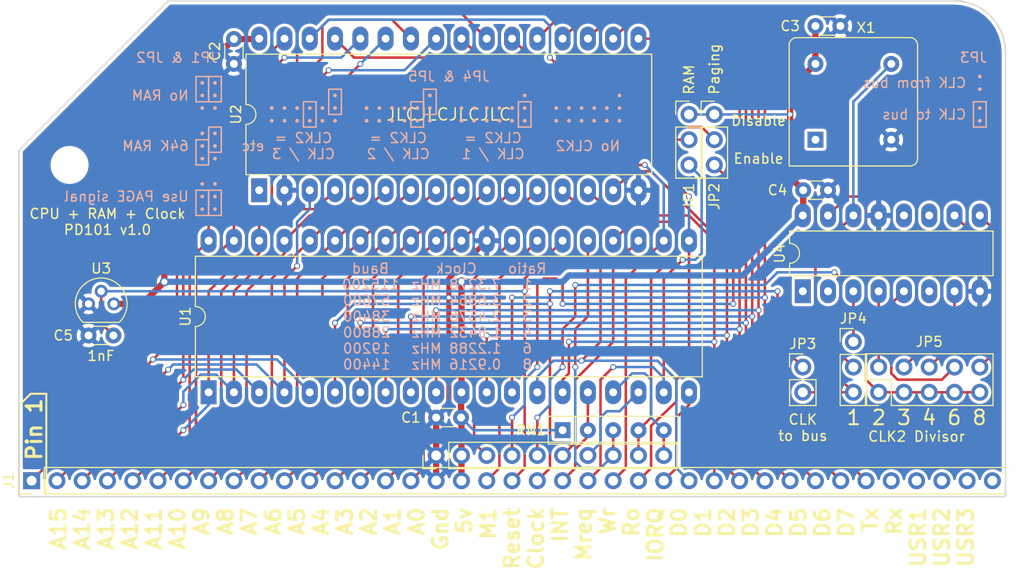
<source format=kicad_pcb>
(kicad_pcb (version 20171130) (host pcbnew "(5.1.6)-1")
  (layers (0 F.Cu signal) (31 B.Cu signal) (36 B.SilkS user) (37 F.SilkS user) (38 B.Mask user) (39 F.Mask user) (44 Edge.Cuts user))
  (net 0 "")
  (net 1 GND)
  (net 2 CLK)
  (net 3 "Net-(J1-Pad39)")
  (net 4 "Net-(J1-Pad38)")
  (net 5 "Net-(J1-Pad37)")
  (net 6 "Net-(J1-Pad36)")
  (net 7 "Net-(J1-Pad35)")
  (net 8 D7)
  (net 9 D6)
  (net 10 D5)
  (net 11 D4)
  (net 12 D3)
  (net 13 D2)
  (net 14 D1)
  (net 15 D0)
  (net 16 ~IOREQ)
  (net 17 ~RD)
  (net 18 ~WR)
  (net 19 ~MREQ)
  (net 20 ~INT)
  (net 21 ~RESET)
  (net 22 ~M1)
  (net 23 +5V)
  (net 24 A0)
  (net 25 A1)
  (net 26 A2)
  (net 27 A3)
  (net 28 A4)
  (net 29 A5)
  (net 30 A6)
  (net 31 A7)
  (net 32 A8)
  (net 33 A9)
  (net 34 A10)
  (net 35 A11)
  (net 36 A12)
  (net 37 A13)
  (net 38 A14)
  (net 39 A15)
  (net 40 ~NMI)
  (net 41 ~WAIT)
  (net 42 ~BUSRQ)
  (net 43 ~HALT)
  (net 44 ~BUSACK)
  (net 45 PAGE)
  (net 46 ~RFSH)
  (net 47 "Net-(U2-Pad1)")
  (net 48 /~CS1)
  (net 49 /CS2)
  (net 50 "Net-(X1-Pad1)")
  (net 51 CLK2)
  (net 52 OSC)
  (net 53 "Net-(U4-Pad6)")
  (net 54 "Net-(U4-Pad12)")
  (net 55 "Net-(U4-Pad11)")
  (net 56 "Net-(U4-Pad2)")
  (net 57 "Net-(U4-Pad1)")
  (net 58 /DRESET)
  (net 59 /DIV8)
  (net 60 /DIV6)
  (net 61 /DIV4)
  (net 62 /DIV3)
  (net 63 /DIV2)
  (net 64 /CDIV)
  (module Resistor_THT:R_Array_SIP5 (layer F.Cu) (at 207.01 144.78)
    (fp_text reference RN1 (at -3.175 0) (layer F.SilkS))
    (fp_text value 10K)
    (pad 5 thru_hole oval (at 10.16 0) (size 1.6 1.6) (drill 0.8) (layers *.Cu *.Mask) (net 40 ~NMI))
    (pad 4 thru_hole oval (at 7.62 0) (size 1.6 1.6) (drill 0.8) (layers *.Cu *.Mask) (net 41 ~WAIT))
    (pad 3 thru_hole oval (at 5.08 0) (size 1.6 1.6) (drill 0.8) (layers *.Cu *.Mask) (net 42 ~BUSRQ))
    (pad 2 thru_hole oval (at 2.54 0) (size 1.6 1.6) (drill 0.8) (layers *.Cu *.Mask) (net 20 ~INT))
    (pad 1 thru_hole rect (at 0 0) (size 1.6 1.6) (drill 0.8) (layers *.Cu *.Mask) (net 23 +5V))
  )
  (module Package_DIP:DIP-16_W7.62mm_LongPads (layer F.Cu) (at 231.14 130.81 90)
    (fp_text reference U4 (at 3.81 -2.33 90) (layer F.SilkS))
    (fp_text value 4017)
    (pad 16 thru_hole oval (at 7.62 0 90) (size 2.4 1.6) (drill 0.8) (layers *.Cu *.Mask) (net 23 +5V))
    (pad 8 thru_hole oval (at 0 17.78 90) (size 2.4 1.6) (drill 0.8) (layers *.Cu *.Mask) (net 1 GND))
    (pad 15 thru_hole oval (at 7.62 2.54 90) (size 2.4 1.6) (drill 0.8) (layers *.Cu *.Mask) (net 58 /DRESET))
    (pad 7 thru_hole oval (at 0 15.24 90) (size 2.4 1.6) (drill 0.8) (layers *.Cu *.Mask) (net 62 /DIV3))
    (pad 14 thru_hole oval (at 7.62 5.08 90) (size 2.4 1.6) (drill 0.8) (layers *.Cu *.Mask) (net 52 OSC))
    (pad 6 thru_hole oval (at 0 12.7 90) (size 2.4 1.6) (drill 0.8) (layers *.Cu *.Mask) (net 53 "Net-(U4-Pad6)"))
    (pad 13 thru_hole oval (at 7.62 7.62 90) (size 2.4 1.6) (drill 0.8) (layers *.Cu *.Mask) (net 1 GND))
    (pad 5 thru_hole oval (at 0 10.16 90) (size 2.4 1.6) (drill 0.8) (layers *.Cu *.Mask) (net 60 /DIV6))
    (pad 12 thru_hole oval (at 7.62 10.16 90) (size 2.4 1.6) (drill 0.8) (layers *.Cu *.Mask) (net 54 "Net-(U4-Pad12)"))
    (pad 4 thru_hole oval (at 0 7.62 90) (size 2.4 1.6) (drill 0.8) (layers *.Cu *.Mask) (net 63 /DIV2))
    (pad 11 thru_hole oval (at 7.62 12.7 90) (size 2.4 1.6) (drill 0.8) (layers *.Cu *.Mask) (net 55 "Net-(U4-Pad11)"))
    (pad 3 thru_hole oval (at 0 5.08 90) (size 2.4 1.6) (drill 0.8) (layers *.Cu *.Mask) (net 64 /CDIV))
    (pad 10 thru_hole oval (at 7.62 15.24 90) (size 2.4 1.6) (drill 0.8) (layers *.Cu *.Mask) (net 61 /DIV4))
    (pad 2 thru_hole oval (at 0 2.54 90) (size 2.4 1.6) (drill 0.8) (layers *.Cu *.Mask) (net 56 "Net-(U4-Pad2)"))
    (pad 9 thru_hole oval (at 7.62 17.78 90) (size 2.4 1.6) (drill 0.8) (layers *.Cu *.Mask) (net 59 /DIV8))
    (pad 1 thru_hole rect (at 0 0 90) (size 2.4 1.6) (drill 0.8) (layers *.Cu *.Mask) (net 57 "Net-(U4-Pad1)"))
  )
  (module Connector_PinHeader_2.54mm:PinHeader_2x05_P2.54mm_Vertical (layer F.Cu) (at 238.76 140.97 90)
    (fp_text reference JP5 (at 5.08 5.08 180) (layer F.SilkS))
    (fp_text value Ratio)
    (pad 10 thru_hole oval (at 2.54 10.16 90) (size 1.7 1.7) (drill 1) (layers *.Cu *.Mask) (net 59 /DIV8))
    (pad 9 thru_hole oval (at 0 10.16 90) (size 1.7 1.7) (drill 1) (layers *.Cu *.Mask) (net 58 /DRESET))
    (pad 8 thru_hole oval (at 2.54 7.62 90) (size 1.7 1.7) (drill 1) (layers *.Cu *.Mask) (net 60 /DIV6))
    (pad 7 thru_hole oval (at 0 7.62 90) (size 1.7 1.7) (drill 1) (layers *.Cu *.Mask) (net 58 /DRESET))
    (pad 6 thru_hole oval (at 2.54 5.08 90) (size 1.7 1.7) (drill 1) (layers *.Cu *.Mask) (net 61 /DIV4))
    (pad 5 thru_hole oval (at 0 5.08 90) (size 1.7 1.7) (drill 1) (layers *.Cu *.Mask) (net 58 /DRESET))
    (pad 4 thru_hole oval (at 2.54 2.54 90) (size 1.7 1.7) (drill 1) (layers *.Cu *.Mask) (net 62 /DIV3))
    (pad 3 thru_hole oval (at 0 2.54 90) (size 1.7 1.7) (drill 1) (layers *.Cu *.Mask) (net 58 /DRESET))
    (pad 2 thru_hole oval (at 2.54 0 90) (size 1.7 1.7) (drill 1) (layers *.Cu *.Mask) (net 63 /DIV2))
    (pad 1 thru_hole circle (at 0 0 90) (size 1.7 1.7) (drill 1) (layers *.Cu *.Mask) (net 58 /DRESET))
  )
  (module Connector_PinHeader_2.54mm:PinHeader_1x03_P2.54mm_Vertical (layer F.Cu) (at 236.22 135.89)
    (fp_text reference JP4 (at 0 -2.33) (layer F.SilkS))
    (fp_text value "CLK2 Sel")
    (pad 3 thru_hole oval (at 0 5.08) (size 1.7 1.7) (drill 1) (layers *.Cu *.Mask) (net 52 OSC))
    (pad 2 thru_hole oval (at 0 2.54) (size 1.7 1.7) (drill 1) (layers *.Cu *.Mask) (net 51 CLK2))
    (pad 1 thru_hole circle (at 0 0) (size 1.7 1.7) (drill 1) (layers *.Cu *.Mask) (net 64 /CDIV))
  )
  (module Capacitor_THT:C_Disc_D3.0mm_W1.6mm_P2.50mm (layer F.Cu) (at 233.68 120.65 180)
    (fp_text reference C4 (at 5.08 0 180) (layer F.SilkS))
    (fp_text value 0.1uF)
    (pad 2 thru_hole circle (at 2.5 0 180) (size 1.6 1.6) (drill 0.8) (layers *.Cu *.Mask) (net 23 +5V))
    (pad 1 thru_hole circle (at 0 0 180) (size 1.6 1.6) (drill 0.8) (layers *.Cu *.Mask) (net 1 GND))
  )
  (module Oscillator:Oscillator_DIP-8 (layer F.Cu) (at 232.41 115.57)
    (fp_text reference X1 (at 5.08 -11.26) (layer F.SilkS))
    (fp_text value 7.3728MHz)
    (pad 4 thru_hole circle (at 7.62 0) (size 1.6 1.6) (drill 0.8) (layers *.Cu *.Mask) (net 1 GND))
    (pad 5 thru_hole circle (at 7.62 -7.62) (size 1.6 1.6) (drill 0.8) (layers *.Cu *.Mask) (net 52 OSC))
    (pad 8 thru_hole circle (at 0 -7.62) (size 1.6 1.6) (drill 0.8) (layers *.Cu *.Mask) (net 23 +5V))
    (pad 1 thru_hole rect (at 0 0) (size 1.6 1.6) (drill 0.8) (layers *.Cu *.Mask) (net 50 "Net-(X1-Pad1)"))
  )
  (module Package_TO_SOT_THT:TO-92 (layer F.Cu) (at 159.385 132.08)
    (fp_text reference U3 (at 1.27 -3.56) (layer F.SilkS))
    (fp_text value DS1233-5)
    (pad 1 thru_hole circle (at 0 0 90) (size 1.3 1.3) (drill 0.75) (layers *.Cu *.Mask) (net 1 GND))
    (pad 3 thru_hole circle (at 2.54 0 90) (size 1.3 1.3) (drill 0.75) (layers *.Cu *.Mask) (net 23 +5V))
    (pad 2 thru_hole circle (at 1.27 -1.27 90) (size 1.3 1.3) (drill 0.75) (layers *.Cu *.Mask) (net 21 ~RESET))
  )
  (module Connector_PinHeader_2.54mm:PinHeader_1x02_P2.54mm_Vertical (layer F.Cu) (at 231.14 138.43)
    (fp_text reference JP3 (at 0 -2.33) (layer F.SilkS))
    (fp_text value "CLK En")
    (pad 2 thru_hole oval (at 0 2.54) (size 1.7 1.7) (drill 1) (layers *.Cu *.Mask) (net 52 OSC))
    (pad 1 thru_hole circle (at 0 0) (size 1.7 1.7) (drill 1) (layers *.Cu *.Mask) (net 2 CLK))
  )
  (module Connector_PinHeader_2.54mm:PinHeader_1x03_P2.54mm_Vertical (layer F.Cu) (at 222.25 113.03)
    (fp_text reference JP2 (at 0 8.255 270) (layer F.SilkS))
    (fp_text value "RAM Paged")
    (pad 1 thru_hole circle (at 0 0) (size 1.7 1.7) (drill 1) (layers *.Cu *.Mask) (net 23 +5V))
    (pad 2 thru_hole oval (at 0 2.54) (size 1.7 1.7) (drill 1) (layers *.Cu *.Mask) (net 49 /CS2))
    (pad 3 thru_hole oval (at 0 5.08) (size 1.7 1.7) (drill 1) (layers *.Cu *.Mask) (net 45 PAGE))
  )
  (module Connector_PinHeader_2.54mm:PinHeader_1x03_P2.54mm_Vertical (layer F.Cu) (at 219.71 113.03)
    (fp_text reference JP1 (at 0 8.255 90) (layer F.SilkS))
    (fp_text value "RAM En")
    (pad 3 thru_hole oval (at 0 5.08) (size 1.7 1.7) (drill 1) (layers *.Cu *.Mask) (net 19 ~MREQ))
    (pad 2 thru_hole oval (at 0 2.54) (size 1.7 1.7) (drill 1) (layers *.Cu *.Mask) (net 48 /~CS1))
    (pad 1 thru_hole circle (at 0 0) (size 1.7 1.7) (drill 1) (layers *.Cu *.Mask) (net 23 +5V))
  )
  (module Capacitor_THT:C_Disc_D3.0mm_W1.6mm_P2.50mm (layer F.Cu) (at 159.385 135.255)
    (fp_text reference C5 (at -2.54 0) (layer F.SilkS))
    (fp_text value 1nF (at 1.25 2.05) (layer F.SilkS))
    (pad 2 thru_hole circle (at 2.5 0) (size 1.6 1.6) (drill 0.8) (layers *.Cu *.Mask) (net 21 ~RESET))
    (pad 1 thru_hole circle (at 0 0) (size 1.6 1.6) (drill 0.8) (layers *.Cu *.Mask) (net 1 GND))
  )
  (module Capacitor_THT:C_Disc_D3.0mm_W1.6mm_P2.50mm (layer F.Cu) (at 194.31 143.51)
    (fp_text reference C1 (at -2.54 0) (layer F.SilkS))
    (fp_text value 0.1uF)
    (pad 2 thru_hole circle (at 2.5 0) (size 1.6 1.6) (drill 0.8) (layers *.Cu *.Mask) (net 23 +5V))
    (pad 1 thru_hole circle (at 0 0) (size 1.6 1.6) (drill 0.8) (layers *.Cu *.Mask) (net 1 GND))
  )
  (module Capacitor_THT:C_Disc_D3.0mm_W1.6mm_P2.50mm (layer F.Cu) (at 173.99 107.95 90)
    (fp_text reference C2 (at 1.27 -1.905 90) (layer F.SilkS))
    (fp_text value 0.1uF)
    (pad 2 thru_hole circle (at 2.5 0 90) (size 1.6 1.6) (drill 0.8) (layers *.Cu *.Mask) (net 23 +5V))
    (pad 1 thru_hole circle (at 0 0 90) (size 1.6 1.6) (drill 0.8) (layers *.Cu *.Mask) (net 1 GND))
  )
  (module Capacitor_THT:C_Disc_D3.0mm_W1.6mm_P2.50mm (layer F.Cu) (at 232.41 104.14)
    (fp_text reference C3 (at -2.54 0 180) (layer F.SilkS))
    (fp_text value 0.1uF)
    (pad 2 thru_hole circle (at 2.5 0) (size 1.6 1.6) (drill 0.8) (layers *.Cu *.Mask) (net 1 GND))
    (pad 1 thru_hole circle (at 0 0) (size 1.6 1.6) (drill 0.8) (layers *.Cu *.Mask) (net 23 +5V))
  )
  (module Package_DIP:DIP-32_W15.24mm_LongPads (layer F.Cu) (at 176.53 120.65 90)
    (fp_text reference U2 (at 7.62 -2.33 90) (layer F.SilkS))
    (fp_text value AS6C1008)
    (pad 32 thru_hole oval (at 15.24 0 90) (size 2.4 1.6) (drill 0.8) (layers *.Cu *.Mask) (net 23 +5V))
    (pad 16 thru_hole oval (at 0 38.1 90) (size 2.4 1.6) (drill 0.8) (layers *.Cu *.Mask) (net 1 GND))
    (pad 31 thru_hole oval (at 15.24 2.54 90) (size 2.4 1.6) (drill 0.8) (layers *.Cu *.Mask) (net 39 A15))
    (pad 15 thru_hole oval (at 0 35.56 90) (size 2.4 1.6) (drill 0.8) (layers *.Cu *.Mask) (net 13 D2))
    (pad 30 thru_hole oval (at 15.24 5.08 90) (size 2.4 1.6) (drill 0.8) (layers *.Cu *.Mask) (net 49 /CS2))
    (pad 14 thru_hole oval (at 0 33.02 90) (size 2.4 1.6) (drill 0.8) (layers *.Cu *.Mask) (net 14 D1))
    (pad 29 thru_hole oval (at 15.24 7.62 90) (size 2.4 1.6) (drill 0.8) (layers *.Cu *.Mask) (net 18 ~WR))
    (pad 13 thru_hole oval (at 0 30.48 90) (size 2.4 1.6) (drill 0.8) (layers *.Cu *.Mask) (net 15 D0))
    (pad 28 thru_hole oval (at 15.24 10.16 90) (size 2.4 1.6) (drill 0.8) (layers *.Cu *.Mask) (net 37 A13))
    (pad 12 thru_hole oval (at 0 27.94 90) (size 2.4 1.6) (drill 0.8) (layers *.Cu *.Mask) (net 24 A0))
    (pad 27 thru_hole oval (at 15.24 12.7 90) (size 2.4 1.6) (drill 0.8) (layers *.Cu *.Mask) (net 32 A8))
    (pad 11 thru_hole oval (at 0 25.4 90) (size 2.4 1.6) (drill 0.8) (layers *.Cu *.Mask) (net 25 A1))
    (pad 26 thru_hole oval (at 15.24 15.24 90) (size 2.4 1.6) (drill 0.8) (layers *.Cu *.Mask) (net 33 A9))
    (pad 10 thru_hole oval (at 0 22.86 90) (size 2.4 1.6) (drill 0.8) (layers *.Cu *.Mask) (net 26 A2))
    (pad 25 thru_hole oval (at 15.24 17.78 90) (size 2.4 1.6) (drill 0.8) (layers *.Cu *.Mask) (net 35 A11))
    (pad 9 thru_hole oval (at 0 20.32 90) (size 2.4 1.6) (drill 0.8) (layers *.Cu *.Mask) (net 27 A3))
    (pad 24 thru_hole oval (at 15.24 20.32 90) (size 2.4 1.6) (drill 0.8) (layers *.Cu *.Mask) (net 17 ~RD))
    (pad 8 thru_hole oval (at 0 17.78 90) (size 2.4 1.6) (drill 0.8) (layers *.Cu *.Mask) (net 28 A4))
    (pad 23 thru_hole oval (at 15.24 22.86 90) (size 2.4 1.6) (drill 0.8) (layers *.Cu *.Mask) (net 34 A10))
    (pad 7 thru_hole oval (at 0 15.24 90) (size 2.4 1.6) (drill 0.8) (layers *.Cu *.Mask) (net 29 A5))
    (pad 22 thru_hole oval (at 15.24 25.4 90) (size 2.4 1.6) (drill 0.8) (layers *.Cu *.Mask) (net 48 /~CS1))
    (pad 6 thru_hole oval (at 0 12.7 90) (size 2.4 1.6) (drill 0.8) (layers *.Cu *.Mask) (net 30 A6))
    (pad 21 thru_hole oval (at 15.24 27.94 90) (size 2.4 1.6) (drill 0.8) (layers *.Cu *.Mask) (net 8 D7))
    (pad 5 thru_hole oval (at 0 10.16 90) (size 2.4 1.6) (drill 0.8) (layers *.Cu *.Mask) (net 31 A7))
    (pad 20 thru_hole oval (at 15.24 30.48 90) (size 2.4 1.6) (drill 0.8) (layers *.Cu *.Mask) (net 9 D6))
    (pad 4 thru_hole oval (at 0 7.62 90) (size 2.4 1.6) (drill 0.8) (layers *.Cu *.Mask) (net 36 A12))
    (pad 19 thru_hole oval (at 15.24 33.02 90) (size 2.4 1.6) (drill 0.8) (layers *.Cu *.Mask) (net 10 D5))
    (pad 3 thru_hole oval (at 0 5.08 90) (size 2.4 1.6) (drill 0.8) (layers *.Cu *.Mask) (net 38 A14))
    (pad 18 thru_hole oval (at 15.24 35.56 90) (size 2.4 1.6) (drill 0.8) (layers *.Cu *.Mask) (net 11 D4))
    (pad 2 thru_hole oval (at 0 2.54 90) (size 2.4 1.6) (drill 0.8) (layers *.Cu *.Mask) (net 1 GND))
    (pad 17 thru_hole oval (at 15.24 38.1 90) (size 2.4 1.6) (drill 0.8) (layers *.Cu *.Mask) (net 12 D3))
    (pad 1 thru_hole rect (at 0 0 90) (size 2.4 1.6) (drill 0.8) (layers *.Cu *.Mask) (net 47 "Net-(U2-Pad1)"))
  )
  (module Package_DIP:DIP-40_W15.24mm_LongPads (layer F.Cu) (at 171.45 140.97 90)
    (fp_text reference U1 (at 7.62 -2.33 90) (layer F.SilkS))
    (fp_text value Z80CPU)
    (pad 40 thru_hole oval (at 15.24 0 90) (size 2.4 1.6) (drill 0.8) (layers *.Cu *.Mask) (net 34 A10))
    (pad 20 thru_hole oval (at 0 48.26 90) (size 2.4 1.6) (drill 0.8) (layers *.Cu *.Mask) (net 16 ~IOREQ))
    (pad 39 thru_hole oval (at 15.24 2.54 90) (size 2.4 1.6) (drill 0.8) (layers *.Cu *.Mask) (net 33 A9))
    (pad 19 thru_hole oval (at 0 45.72 90) (size 2.4 1.6) (drill 0.8) (layers *.Cu *.Mask) (net 19 ~MREQ))
    (pad 38 thru_hole oval (at 15.24 5.08 90) (size 2.4 1.6) (drill 0.8) (layers *.Cu *.Mask) (net 32 A8))
    (pad 18 thru_hole oval (at 0 43.18 90) (size 2.4 1.6) (drill 0.8) (layers *.Cu *.Mask) (net 43 ~HALT))
    (pad 37 thru_hole oval (at 15.24 7.62 90) (size 2.4 1.6) (drill 0.8) (layers *.Cu *.Mask) (net 31 A7))
    (pad 17 thru_hole oval (at 0 40.64 90) (size 2.4 1.6) (drill 0.8) (layers *.Cu *.Mask) (net 40 ~NMI))
    (pad 36 thru_hole oval (at 15.24 10.16 90) (size 2.4 1.6) (drill 0.8) (layers *.Cu *.Mask) (net 30 A6))
    (pad 16 thru_hole oval (at 0 38.1 90) (size 2.4 1.6) (drill 0.8) (layers *.Cu *.Mask) (net 20 ~INT))
    (pad 35 thru_hole oval (at 15.24 12.7 90) (size 2.4 1.6) (drill 0.8) (layers *.Cu *.Mask) (net 29 A5))
    (pad 15 thru_hole oval (at 0 35.56 90) (size 2.4 1.6) (drill 0.8) (layers *.Cu *.Mask) (net 14 D1))
    (pad 34 thru_hole oval (at 15.24 15.24 90) (size 2.4 1.6) (drill 0.8) (layers *.Cu *.Mask) (net 28 A4))
    (pad 14 thru_hole oval (at 0 33.02 90) (size 2.4 1.6) (drill 0.8) (layers *.Cu *.Mask) (net 15 D0))
    (pad 33 thru_hole oval (at 15.24 17.78 90) (size 2.4 1.6) (drill 0.8) (layers *.Cu *.Mask) (net 27 A3))
    (pad 13 thru_hole oval (at 0 30.48 90) (size 2.4 1.6) (drill 0.8) (layers *.Cu *.Mask) (net 8 D7))
    (pad 32 thru_hole oval (at 15.24 20.32 90) (size 2.4 1.6) (drill 0.8) (layers *.Cu *.Mask) (net 26 A2))
    (pad 12 thru_hole oval (at 0 27.94 90) (size 2.4 1.6) (drill 0.8) (layers *.Cu *.Mask) (net 13 D2))
    (pad 31 thru_hole oval (at 15.24 22.86 90) (size 2.4 1.6) (drill 0.8) (layers *.Cu *.Mask) (net 25 A1))
    (pad 11 thru_hole oval (at 0 25.4 90) (size 2.4 1.6) (drill 0.8) (layers *.Cu *.Mask) (net 23 +5V))
    (pad 30 thru_hole oval (at 15.24 25.4 90) (size 2.4 1.6) (drill 0.8) (layers *.Cu *.Mask) (net 24 A0))
    (pad 10 thru_hole oval (at 0 22.86 90) (size 2.4 1.6) (drill 0.8) (layers *.Cu *.Mask) (net 9 D6))
    (pad 29 thru_hole oval (at 15.24 27.94 90) (size 2.4 1.6) (drill 0.8) (layers *.Cu *.Mask) (net 1 GND))
    (pad 9 thru_hole oval (at 0 20.32 90) (size 2.4 1.6) (drill 0.8) (layers *.Cu *.Mask) (net 10 D5))
    (pad 28 thru_hole oval (at 15.24 30.48 90) (size 2.4 1.6) (drill 0.8) (layers *.Cu *.Mask) (net 46 ~RFSH))
    (pad 8 thru_hole oval (at 0 17.78 90) (size 2.4 1.6) (drill 0.8) (layers *.Cu *.Mask) (net 12 D3))
    (pad 27 thru_hole oval (at 15.24 33.02 90) (size 2.4 1.6) (drill 0.8) (layers *.Cu *.Mask) (net 22 ~M1))
    (pad 7 thru_hole oval (at 0 15.24 90) (size 2.4 1.6) (drill 0.8) (layers *.Cu *.Mask) (net 11 D4))
    (pad 26 thru_hole oval (at 15.24 35.56 90) (size 2.4 1.6) (drill 0.8) (layers *.Cu *.Mask) (net 21 ~RESET))
    (pad 6 thru_hole oval (at 0 12.7 90) (size 2.4 1.6) (drill 0.8) (layers *.Cu *.Mask) (net 2 CLK))
    (pad 25 thru_hole oval (at 15.24 38.1 90) (size 2.4 1.6) (drill 0.8) (layers *.Cu *.Mask) (net 42 ~BUSRQ))
    (pad 5 thru_hole oval (at 0 10.16 90) (size 2.4 1.6) (drill 0.8) (layers *.Cu *.Mask) (net 39 A15))
    (pad 24 thru_hole oval (at 15.24 40.64 90) (size 2.4 1.6) (drill 0.8) (layers *.Cu *.Mask) (net 41 ~WAIT))
    (pad 4 thru_hole oval (at 0 7.62 90) (size 2.4 1.6) (drill 0.8) (layers *.Cu *.Mask) (net 38 A14))
    (pad 23 thru_hole oval (at 15.24 43.18 90) (size 2.4 1.6) (drill 0.8) (layers *.Cu *.Mask) (net 44 ~BUSACK))
    (pad 3 thru_hole oval (at 0 5.08 90) (size 2.4 1.6) (drill 0.8) (layers *.Cu *.Mask) (net 37 A13))
    (pad 22 thru_hole oval (at 15.24 45.72 90) (size 2.4 1.6) (drill 0.8) (layers *.Cu *.Mask) (net 18 ~WR))
    (pad 2 thru_hole oval (at 0 2.54 90) (size 2.4 1.6) (drill 0.8) (layers *.Cu *.Mask) (net 36 A12))
    (pad 21 thru_hole oval (at 15.24 48.26 90) (size 2.4 1.6) (drill 0.8) (layers *.Cu *.Mask) (net 17 ~RD))
    (pad 1 thru_hole rect (at 0 0 90) (size 2.4 1.6) (drill 0.8) (layers *.Cu *.Mask) (net 35 A11))
  )
  (module Connector_PinHeader_2.54mm:PinHeader_1x10_P2.54mm_Vertical (layer F.Cu) (at 194.31 147.32 90)
    (fp_text reference J2 hide)
    (fp_text value Conn_01x10_Male)
    (pad 10 thru_hole oval (at 0 22.86 90) (size 1.7 1.7) (drill 1) (layers *.Cu *.Mask) (net 40 ~NMI))
    (pad 9 thru_hole oval (at 0 20.32 90) (size 1.7 1.7) (drill 1) (layers *.Cu *.Mask) (net 41 ~WAIT))
    (pad 8 thru_hole oval (at 0 17.78 90) (size 1.7 1.7) (drill 1) (layers *.Cu *.Mask) (net 42 ~BUSRQ))
    (pad 7 thru_hole oval (at 0 15.24 90) (size 1.7 1.7) (drill 1) (layers *.Cu *.Mask) (net 43 ~HALT))
    (pad 6 thru_hole oval (at 0 12.7 90) (size 1.7 1.7) (drill 1) (layers *.Cu *.Mask) (net 44 ~BUSACK))
    (pad 5 thru_hole oval (at 0 10.16 90) (size 1.7 1.7) (drill 1) (layers *.Cu *.Mask) (net 51 CLK2))
    (pad 4 thru_hole oval (at 0 7.62 90) (size 1.7 1.7) (drill 1) (layers *.Cu *.Mask) (net 45 PAGE))
    (pad 3 thru_hole oval (at 0 5.08 90) (size 1.7 1.7) (drill 1) (layers *.Cu *.Mask) (net 46 ~RFSH))
    (pad 2 thru_hole oval (at 0 2.54 90) (size 1.7 1.7) (drill 1) (layers *.Cu *.Mask) (net 23 +5V))
    (pad 1 thru_hole circle (at 0 0 90) (size 1.7 1.7) (drill 1) (layers *.Cu *.Mask) (net 1 GND))
  )
  (module Connector_PinHeader_2.54mm:PinHeader_1x39_P2.54mm_Vertical (layer F.Cu) (at 153.67 149.86 90)
    (fp_text reference J1 (at 0 -2.33 90) (layer F.SilkS))
    (fp_text value Conn_01x39_Male)
    (pad 39 thru_hole oval (at 0 96.52 90) (size 1.7 1.7) (drill 1) (layers *.Cu *.Mask) (net 3 "Net-(J1-Pad39)"))
    (pad 38 thru_hole oval (at 0 93.98 90) (size 1.7 1.7) (drill 1) (layers *.Cu *.Mask) (net 4 "Net-(J1-Pad38)"))
    (pad 37 thru_hole oval (at 0 91.44 90) (size 1.7 1.7) (drill 1) (layers *.Cu *.Mask) (net 5 "Net-(J1-Pad37)"))
    (pad 36 thru_hole oval (at 0 88.9 90) (size 1.7 1.7) (drill 1) (layers *.Cu *.Mask) (net 6 "Net-(J1-Pad36)"))
    (pad 35 thru_hole oval (at 0 86.36 90) (size 1.7 1.7) (drill 1) (layers *.Cu *.Mask) (net 7 "Net-(J1-Pad35)"))
    (pad 34 thru_hole oval (at 0 83.82 90) (size 1.7 1.7) (drill 1) (layers *.Cu *.Mask) (net 8 D7))
    (pad 33 thru_hole oval (at 0 81.28 90) (size 1.7 1.7) (drill 1) (layers *.Cu *.Mask) (net 9 D6))
    (pad 32 thru_hole oval (at 0 78.74 90) (size 1.7 1.7) (drill 1) (layers *.Cu *.Mask) (net 10 D5))
    (pad 31 thru_hole oval (at 0 76.2 90) (size 1.7 1.7) (drill 1) (layers *.Cu *.Mask) (net 11 D4))
    (pad 30 thru_hole oval (at 0 73.66 90) (size 1.7 1.7) (drill 1) (layers *.Cu *.Mask) (net 12 D3))
    (pad 29 thru_hole oval (at 0 71.12 90) (size 1.7 1.7) (drill 1) (layers *.Cu *.Mask) (net 13 D2))
    (pad 28 thru_hole oval (at 0 68.58 90) (size 1.7 1.7) (drill 1) (layers *.Cu *.Mask) (net 14 D1))
    (pad 27 thru_hole oval (at 0 66.04 90) (size 1.7 1.7) (drill 1) (layers *.Cu *.Mask) (net 15 D0))
    (pad 26 thru_hole oval (at 0 63.5 90) (size 1.7 1.7) (drill 1) (layers *.Cu *.Mask) (net 16 ~IOREQ))
    (pad 25 thru_hole oval (at 0 60.96 90) (size 1.7 1.7) (drill 1) (layers *.Cu *.Mask) (net 17 ~RD))
    (pad 24 thru_hole oval (at 0 58.42 90) (size 1.7 1.7) (drill 1) (layers *.Cu *.Mask) (net 18 ~WR))
    (pad 23 thru_hole oval (at 0 55.88 90) (size 1.7 1.7) (drill 1) (layers *.Cu *.Mask) (net 19 ~MREQ))
    (pad 22 thru_hole oval (at 0 53.34 90) (size 1.7 1.7) (drill 1) (layers *.Cu *.Mask) (net 20 ~INT))
    (pad 21 thru_hole oval (at 0 50.8 90) (size 1.7 1.7) (drill 1) (layers *.Cu *.Mask) (net 2 CLK))
    (pad 20 thru_hole oval (at 0 48.26 90) (size 1.7 1.7) (drill 1) (layers *.Cu *.Mask) (net 21 ~RESET))
    (pad 19 thru_hole oval (at 0 45.72 90) (size 1.7 1.7) (drill 1) (layers *.Cu *.Mask) (net 22 ~M1))
    (pad 18 thru_hole oval (at 0 43.18 90) (size 1.7 1.7) (drill 1) (layers *.Cu *.Mask) (net 23 +5V))
    (pad 17 thru_hole oval (at 0 40.64 90) (size 1.7 1.7) (drill 1) (layers *.Cu *.Mask) (net 1 GND))
    (pad 16 thru_hole oval (at 0 38.1 90) (size 1.7 1.7) (drill 1) (layers *.Cu *.Mask) (net 24 A0))
    (pad 15 thru_hole oval (at 0 35.56 90) (size 1.7 1.7) (drill 1) (layers *.Cu *.Mask) (net 25 A1))
    (pad 14 thru_hole oval (at 0 33.02 90) (size 1.7 1.7) (drill 1) (layers *.Cu *.Mask) (net 26 A2))
    (pad 13 thru_hole oval (at 0 30.48 90) (size 1.7 1.7) (drill 1) (layers *.Cu *.Mask) (net 27 A3))
    (pad 12 thru_hole oval (at 0 27.94 90) (size 1.7 1.7) (drill 1) (layers *.Cu *.Mask) (net 28 A4))
    (pad 11 thru_hole oval (at 0 25.4 90) (size 1.7 1.7) (drill 1) (layers *.Cu *.Mask) (net 29 A5))
    (pad 10 thru_hole oval (at 0 22.86 90) (size 1.7 1.7) (drill 1) (layers *.Cu *.Mask) (net 30 A6))
    (pad 9 thru_hole oval (at 0 20.32 90) (size 1.7 1.7) (drill 1) (layers *.Cu *.Mask) (net 31 A7))
    (pad 8 thru_hole oval (at 0 17.78 90) (size 1.7 1.7) (drill 1) (layers *.Cu *.Mask) (net 32 A8))
    (pad 7 thru_hole oval (at 0 15.24 90) (size 1.7 1.7) (drill 1) (layers *.Cu *.Mask) (net 33 A9))
    (pad 6 thru_hole oval (at 0 12.7 90) (size 1.7 1.7) (drill 1) (layers *.Cu *.Mask) (net 34 A10))
    (pad 5 thru_hole oval (at 0 10.16 90) (size 1.7 1.7) (drill 1) (layers *.Cu *.Mask) (net 35 A11))
    (pad 4 thru_hole oval (at 0 7.62 90) (size 1.7 1.7) (drill 1) (layers *.Cu *.Mask) (net 36 A12))
    (pad 3 thru_hole oval (at 0 5.08 90) (size 1.7 1.7) (drill 1) (layers *.Cu *.Mask) (net 37 A13))
    (pad 2 thru_hole oval (at 0 2.54 90) (size 1.7 1.7) (drill 1) (layers *.Cu *.Mask) (net 38 A14))
    (pad 1 thru_hole rect (at 0 0 90) (size 1.7 1.7) (drill 1) (layers *.Cu *.Mask) (net 39 A15))
  )
  (module Mounting_Holes:MountingHole_3.2mm_M3 (layer F.Cu) (at 157.48 118.11)
    (fp_text reference "" hide)
    (fp_text value "" hide)
    (pad "" np_thru_hole circle (at 0 0) (size 3.2 3.2) (drill 3.2) (layers *.Cu *.Mask F.SilkS))
  )
  (gr_text "CLK\nto bus" (at 231.14 144.526) (layer F.SilkS) (effects (font (size 1.016 1.016))))
  (gr_text etc (at 175.895 116.205) (layer B.SilkS) (effects (font (size 1 1)) (justify mirror)))
  (gr_text JP3 (at 248.285 107.315) (layer B.SilkS) (effects (font (size 1 1)) (justify mirror)))
  (gr_text "CLK to bus" (at 247.65 113.03) (layer B.SilkS) (effects (font (size 1 1)) (justify left mirror)))
  (gr_text "CLK from bus" (at 247.65 109.855) (layer B.SilkS) (effects (font (size 1 1)) (justify left mirror)))
  (gr_text "CLK2 =\nCLK / 3" (at 180.975 116.205) (layer B.SilkS) (effects (font (size 1 1)) (justify mirror)))
  (gr_line (start 180.975 111.76) (end 182.245 111.76) (layer B.SilkS) (width 0.15))
  (gr_line (start 182.245 114.3) (end 180.975 114.3) (layer B.SilkS) (width 0.15))
  (gr_line (start 182.245 111.76) (end 182.245 114.3) (layer B.SilkS) (width 0.15))
  (gr_line (start 180.975 114.3) (end 180.975 111.76) (layer B.SilkS) (width 0.15))
  (gr_line (start 248.285 111.76) (end 249.555 111.76) (layer B.SilkS) (width 0.15))
  (gr_line (start 249.555 114.3) (end 248.285 114.3) (layer B.SilkS) (width 0.15))
  (gr_line (start 248.92 109.220127) (end 248.92 109.220381) (layer B.SilkS) (width 0.381))
  (gr_line (start 249.555 111.76) (end 249.555 114.3) (layer B.SilkS) (width 0.15))
  (gr_line (start 248.285 114.3) (end 248.285 111.76) (layer B.SilkS) (width 0.15))
  (gr_line (start 248.92 110.489746) (end 248.92 110.49) (layer B.SilkS) (width 0.381))
  (gr_line (start 248.92 112.394746) (end 248.92 112.395) (layer B.SilkS) (width 0.381))
  (gr_line (start 248.92 113.665127) (end 248.92 113.665381) (layer B.SilkS) (width 0.381))
  (gr_text "CLK2 =\nCLK / 2" (at 190.5 116.205) (layer B.SilkS) (effects (font (size 1 1)) (justify mirror)))
  (gr_text "CLK2 =\nCLK / 1" (at 200.025 116.205) (layer B.SilkS) (effects (font (size 1 1)) (justify mirror)))
  (gr_text "No CLK2" (at 209.55 116.205) (layer B.SilkS) (effects (font (size 1 1)) (justify mirror)))
  (gr_text "JP4 & JP5" (at 195.58 109.22) (layer B.SilkS) (effects (font (size 1 1)) (justify mirror)))
  (gr_line (start 191.77 111.76) (end 193.04 111.76) (layer B.SilkS) (width 0.15))
  (gr_line (start 193.04 114.3) (end 191.77 114.3) (layer B.SilkS) (width 0.15))
  (gr_line (start 193.04 111.76) (end 193.04 114.3) (layer B.SilkS) (width 0.15))
  (gr_line (start 191.77 114.3) (end 191.77 111.76) (layer B.SilkS) (width 0.15))
  (gr_line (start 182.88 113.665127) (end 182.88 113.665381) (layer B.SilkS) (width 0.381))
  (gr_line (start 180.34 113.665127) (end 180.34 113.665381) (layer B.SilkS) (width 0.381))
  (gr_line (start 180.34 112.394746) (end 180.34 112.395) (layer B.SilkS) (width 0.381))
  (gr_line (start 179.07 113.664746) (end 179.07 113.665) (layer B.SilkS) (width 0.381))
  (gr_line (start 177.8 112.394746) (end 177.8 112.395) (layer B.SilkS) (width 0.381))
  (gr_line (start 184.15 111.124746) (end 184.15 111.125) (layer B.SilkS) (width 0.381))
  (gr_line (start 182.88 112.394746) (end 182.88 112.395) (layer B.SilkS) (width 0.381))
  (gr_line (start 181.61 113.664746) (end 181.61 113.665) (layer B.SilkS) (width 0.381))
  (gr_line (start 184.15 113.664746) (end 184.15 113.665) (layer B.SilkS) (width 0.381))
  (gr_line (start 177.8 113.665127) (end 177.8 113.665381) (layer B.SilkS) (width 0.381))
  (gr_line (start 183.515 110.49) (end 184.785 110.49) (layer B.SilkS) (width 0.15))
  (gr_line (start 179.07 112.395127) (end 179.07 112.395381) (layer B.SilkS) (width 0.381))
  (gr_line (start 184.785 113.03) (end 183.515 113.03) (layer B.SilkS) (width 0.15))
  (gr_line (start 184.15 112.395127) (end 184.15 112.395381) (layer B.SilkS) (width 0.381))
  (gr_line (start 181.61 112.395127) (end 181.61 112.395381) (layer B.SilkS) (width 0.381))
  (gr_line (start 184.785 110.49) (end 184.785 113.03) (layer B.SilkS) (width 0.15))
  (gr_line (start 183.515 113.03) (end 183.515 110.49) (layer B.SilkS) (width 0.15))
  (gr_line (start 189.865 113.665127) (end 189.865 113.665381) (layer B.SilkS) (width 0.381))
  (gr_line (start 189.865 112.394746) (end 189.865 112.395) (layer B.SilkS) (width 0.381))
  (gr_line (start 193.675 113.664746) (end 193.675 113.665) (layer B.SilkS) (width 0.381))
  (gr_line (start 188.595 113.664746) (end 188.595 113.665) (layer B.SilkS) (width 0.381))
  (gr_line (start 193.675 111.124746) (end 193.675 111.125) (layer B.SilkS) (width 0.381))
  (gr_line (start 187.325 113.665127) (end 187.325 113.665381) (layer B.SilkS) (width 0.381))
  (gr_line (start 187.325 112.394746) (end 187.325 112.395) (layer B.SilkS) (width 0.381))
  (gr_line (start 194.31 113.03) (end 193.04 113.03) (layer B.SilkS) (width 0.15))
  (gr_line (start 193.675 112.395127) (end 193.675 112.395381) (layer B.SilkS) (width 0.381))
  (gr_line (start 193.04 110.49) (end 194.31 110.49) (layer B.SilkS) (width 0.15))
  (gr_line (start 192.405 112.394746) (end 192.405 112.395) (layer B.SilkS) (width 0.381))
  (gr_line (start 194.31 110.49) (end 194.31 113.03) (layer B.SilkS) (width 0.15))
  (gr_line (start 191.135 112.395127) (end 191.135 112.395381) (layer B.SilkS) (width 0.381))
  (gr_line (start 188.595 112.395127) (end 188.595 112.395381) (layer B.SilkS) (width 0.381))
  (gr_line (start 192.405 113.665127) (end 192.405 113.665381) (layer B.SilkS) (width 0.381))
  (gr_line (start 191.135 113.664746) (end 191.135 113.665) (layer B.SilkS) (width 0.381))
  (gr_line (start 193.04 113.03) (end 193.04 110.49) (layer B.SilkS) (width 0.15))
  (gr_line (start 196.85 113.665127) (end 196.85 113.665381) (layer B.SilkS) (width 0.381))
  (gr_line (start 200.66 112.395127) (end 200.66 112.395381) (layer B.SilkS) (width 0.381))
  (gr_line (start 196.85 112.394746) (end 196.85 112.395) (layer B.SilkS) (width 0.381))
  (gr_line (start 199.39 112.394746) (end 199.39 112.395) (layer B.SilkS) (width 0.381))
  (gr_line (start 198.12 112.395127) (end 198.12 112.395381) (layer B.SilkS) (width 0.381))
  (gr_line (start 199.39 113.665127) (end 199.39 113.665381) (layer B.SilkS) (width 0.381))
  (gr_line (start 198.12 113.664746) (end 198.12 113.665) (layer B.SilkS) (width 0.381))
  (gr_line (start 200.66 113.664746) (end 200.66 113.665) (layer B.SilkS) (width 0.381))
  (gr_line (start 203.2 112.395127) (end 203.2 112.395381) (layer B.SilkS) (width 0.381))
  (gr_line (start 203.835 114.3) (end 202.565 114.3) (layer B.SilkS) (width 0.15))
  (gr_line (start 203.2 111.124746) (end 203.2 111.125) (layer B.SilkS) (width 0.381))
  (gr_line (start 202.565 111.76) (end 203.835 111.76) (layer B.SilkS) (width 0.15))
  (gr_line (start 203.2 113.664746) (end 203.2 113.665) (layer B.SilkS) (width 0.381))
  (gr_line (start 203.835 111.76) (end 203.835 114.3) (layer B.SilkS) (width 0.15))
  (gr_line (start 201.93 113.665127) (end 201.93 113.665381) (layer B.SilkS) (width 0.381))
  (gr_line (start 201.93 112.394746) (end 201.93 112.395) (layer B.SilkS) (width 0.381))
  (gr_line (start 202.565 114.3) (end 202.565 111.76) (layer B.SilkS) (width 0.15))
  (gr_line (start 207.645 112.395127) (end 207.645 112.395381) (layer B.SilkS) (width 0.381))
  (gr_line (start 206.375 112.394746) (end 206.375 112.395) (layer B.SilkS) (width 0.381))
  (gr_line (start 206.375 113.665127) (end 206.375 113.665381) (layer B.SilkS) (width 0.381))
  (gr_line (start 207.645 113.664746) (end 207.645 113.665) (layer B.SilkS) (width 0.381))
  (gr_line (start 210.185 112.395127) (end 210.185 112.395381) (layer B.SilkS) (width 0.381))
  (gr_line (start 210.185 113.664746) (end 210.185 113.665) (layer B.SilkS) (width 0.381))
  (gr_line (start 208.915 113.665127) (end 208.915 113.665381) (layer B.SilkS) (width 0.381))
  (gr_line (start 208.915 112.394746) (end 208.915 112.395) (layer B.SilkS) (width 0.381))
  (gr_text "Use PAGE signal" (at 169.545 121.285) (layer B.SilkS) (effects (font (size 1 1)) (justify left mirror)))
  (gr_text "64K RAM" (at 169.545 116.205) (layer B.SilkS) (effects (font (size 1 1)) (justify left mirror)))
  (gr_text "No RAM" (at 169.545 111.125) (layer B.SilkS) (effects (font (size 1 1)) (justify left mirror)))
  (gr_text "JP1 & JP2" (at 168.275 107.315) (layer B.SilkS) (effects (font (size 1 1)) (justify mirror)))
  (gr_line (start 172.72 120.65) (end 172.72 123.19) (layer B.SilkS) (width 0.15))
  (gr_line (start 172.72 123.19) (end 171.45 123.19) (layer B.SilkS) (width 0.15))
  (gr_line (start 171.45 120.65) (end 172.72 120.65) (layer B.SilkS) (width 0.15))
  (gr_line (start 171.45 123.19) (end 171.45 120.65) (layer B.SilkS) (width 0.15))
  (gr_line (start 172.085 121.285127) (end 172.085 121.285381) (layer B.SilkS) (width 0.381))
  (gr_line (start 171.45 123.19) (end 170.18 123.19) (layer B.SilkS) (width 0.15))
  (gr_line (start 172.085 120.014746) (end 172.085 120.015) (layer B.SilkS) (width 0.381))
  (gr_line (start 170.18 120.65) (end 171.45 120.65) (layer B.SilkS) (width 0.15))
  (gr_line (start 170.815 120.015) (end 170.815 120.015254) (layer B.SilkS) (width 0.381))
  (gr_line (start 172.085 122.554746) (end 172.085 122.555) (layer B.SilkS) (width 0.381))
  (gr_line (start 171.45 120.65) (end 171.45 123.19) (layer B.SilkS) (width 0.15))
  (gr_line (start 170.815 122.555127) (end 170.815 122.555381) (layer B.SilkS) (width 0.381))
  (gr_line (start 170.815 121.284746) (end 170.815 121.285) (layer B.SilkS) (width 0.381))
  (gr_line (start 170.18 123.19) (end 170.18 120.65) (layer B.SilkS) (width 0.15))
  (gr_line (start 172.72 109.22) (end 172.72 111.76) (layer B.SilkS) (width 0.15))
  (gr_line (start 172.72 111.76) (end 171.45 111.76) (layer B.SilkS) (width 0.15))
  (gr_line (start 171.45 111.76) (end 171.45 109.22) (layer B.SilkS) (width 0.15))
  (gr_line (start 171.45 109.22) (end 172.72 109.22) (layer B.SilkS) (width 0.15))
  (gr_line (start 172.085 111.125127) (end 172.085 111.125381) (layer B.SilkS) (width 0.381))
  (gr_line (start 171.45 111.76) (end 170.18 111.76) (layer B.SilkS) (width 0.15))
  (gr_line (start 172.085 109.854746) (end 172.085 109.855) (layer B.SilkS) (width 0.381))
  (gr_line (start 170.18 109.22) (end 171.45 109.22) (layer B.SilkS) (width 0.15))
  (gr_line (start 170.815 109.855) (end 170.815 109.855254) (layer B.SilkS) (width 0.381))
  (gr_line (start 172.085 112.394746) (end 172.085 112.395) (layer B.SilkS) (width 0.381))
  (gr_line (start 171.45 109.22) (end 171.45 111.76) (layer B.SilkS) (width 0.15))
  (gr_line (start 170.815 112.395127) (end 170.815 112.395381) (layer B.SilkS) (width 0.381))
  (gr_line (start 170.815 111.124746) (end 170.815 111.125) (layer B.SilkS) (width 0.381))
  (gr_line (start 170.18 111.76) (end 170.18 109.22) (layer B.SilkS) (width 0.15))
  (gr_line (start 171.45 115.57) (end 171.45 118.11) (layer B.SilkS) (width 0.15))
  (gr_line (start 171.45 118.11) (end 170.18 118.11) (layer B.SilkS) (width 0.15))
  (gr_line (start 170.18 118.11) (end 170.18 115.57) (layer B.SilkS) (width 0.15))
  (gr_line (start 170.18 115.57) (end 171.45 115.57) (layer B.SilkS) (width 0.15))
  (gr_line (start 172.085 116.205127) (end 172.085 116.205381) (layer B.SilkS) (width 0.381))
  (gr_line (start 172.72 116.84) (end 171.45 116.84) (layer B.SilkS) (width 0.15))
  (gr_line (start 172.085 114.934746) (end 172.085 114.935) (layer B.SilkS) (width 0.381))
  (gr_line (start 171.45 114.3) (end 172.72 114.3) (layer B.SilkS) (width 0.15))
  (gr_line (start 170.815 114.935) (end 170.815 114.935254) (layer B.SilkS) (width 0.381))
  (gr_line (start 172.085 117.474746) (end 172.085 117.475) (layer B.SilkS) (width 0.381))
  (gr_line (start 172.72 114.3) (end 172.72 116.84) (layer B.SilkS) (width 0.15))
  (gr_line (start 170.815 117.475127) (end 170.815 117.475381) (layer B.SilkS) (width 0.381))
  (gr_line (start 170.815 116.204746) (end 170.815 116.205) (layer B.SilkS) (width 0.381))
  (gr_line (start 171.45 116.84) (end 171.45 114.3) (layer B.SilkS) (width 0.15))
  (gr_line (start 211.455 113.665127) (end 211.455 113.665381) (layer B.SilkS) (width 0.381))
  (gr_line (start 212.725 113.664746) (end 212.725 113.665) (layer B.SilkS) (width 0.381))
  (gr_line (start 212.725 111.124746) (end 212.725 111.125) (layer B.SilkS) (width 0.381))
  (gr_line (start 212.725 112.395127) (end 212.725 112.395381) (layer B.SilkS) (width 0.381))
  (gr_line (start 211.455 112.394746) (end 211.455 112.395) (layer B.SilkS) (width 0.381))
  (gr_text Paging (at 222.25 111.125 90) (layer F.SilkS) (effects (font (size 1 1)) (justify left)))
  (gr_text RAM (at 219.71 111.125 90) (layer F.SilkS) (effects (font (size 1 1)) (justify left)))
  (gr_text Enable (at 226.695 117.475) (layer F.SilkS) (effects (font (size 1 1))))
  (gr_text Disable (at 226.695 113.665) (layer F.SilkS) (effects (font (size 1 1))))
  (gr_text "CLK2 Divisor" (at 242.57 145.415) (layer F.SilkS) (effects (font (size 1.016 1.016))))
  (gr_text "1 2 3 4 6 8" (at 242.57 143.51) (layer F.SilkS) (effects (font (size 1.4732 1.4732) (thickness 0.2032))))
  (gr_text "Baud\n115200\n 57600\n 38400\n 28800\n 19200\n 14400" (at 187.706 133.35) (layer B.SilkS) (effects (font (size 1 1)) (justify mirror)))
  (gr_text "Clock\n7.3278 MHz\n3.6864 MHz\n2.4576 MHz\n1.8432 MHz\n1.2288 MHz\n0.9216 MHz" (at 196.342 133.35) (layer B.SilkS) (effects (font (size 1 1)) (justify mirror)))
  (gr_text "Ratio\n1\n2\n3\n4\n6\n8" (at 203.454 133.35) (layer B.SilkS) (effects (font (size 1 1)) (justify mirror)))
  (gr_text JLCJLCJLCJLC (at 195.58 113.03) (layer F.SilkS) (effects (font (size 1.2192 1.2192) (thickness 0.1524))))
  (gr_text "CPU + RAM + Clock\nPD101 v1.0" (at 161.29 123.825) (layer F.SilkS) (effects (font (size 1 1))))
  (gr_line (start 167.4114 101.6) (end 152.4 116.6114) (angle 90) (layer Edge.Cuts) (width 0.15))
  (gr_line (start 246.3198 101.6) (end 167.4114 101.6) (angle 90) (layer Edge.Cuts) (width 0.15))
  (gr_text "A15\nA14\nA13\nA12\nA11\nA10\nA9\nA8\nA7\nA6\nA5\nA4\nA3\nA2\nA1\nA0\nGnd\n5v\nM1\nReset\nClock\nINT\nMreq\nWr\nRo\nIORQ\nD0\nD1\nD2\nD3\nD4\nD5\nD6\nD7\nTx\nRx\nUSR1\nUSR2\nUSR3" (at 201.93 152.4 90) (layer F.SilkS) (effects (font (size 1.49 1.5) (thickness 0.3)) (justify right)))
  (gr_line (start 155.1432 141.11478) (end 155.1432 151.22652) (angle 90) (layer F.SilkS) (width 0.2))
  (gr_line (start 153.57348 141.11478) (end 155.1432 141.11478) (angle 90) (layer F.SilkS) (width 0.2))
  (gr_line (start 152.39238 142.29588) (end 153.57348 141.11478) (angle 90) (layer F.SilkS) (width 0.2))
  (gr_line (start 152.39238 151.22652) (end 152.39238 142.29588) (angle 90) (layer F.SilkS) (width 0.2))
  (gr_text "Pin 1" (at 153.92908 144.69618 90) (layer F.SilkS) (effects (font (size 1.5 1.5) (thickness 0.3))))
  (gr_line (start 251.5014 106.78) (end 251.5014 151.4602) (angle 90) (layer Edge.Cuts) (width 0.15))
  (gr_arc (start 246.3198 106.78) (end 246.3198 101.6) (angle 90) (layer Edge.Cuts) (width 0.15))
  (gr_line (start 152.4 116.6114) (end 152.4 151.4602) (angle 90) (layer Edge.Cuts) (width 0.15))
  (gr_line (start 152.4 151.4602) (end 251.5014 151.4602) (angle 90) (layer Edge.Cuts) (width 0.15))
  (segment (start 194.31 147.32) (end 194.31 143.51) (width 0.635) (layer F.Cu) (net 1))
  (segment (start 194.31 149.86) (end 194.31 147.32) (width 0.635) (layer F.Cu) (net 1))
  (segment (start 194.31 143.51) (end 195.58 142.24) (width 0.508) (layer F.Cu) (net 1))
  (segment (start 195.58 129.54) (end 199.39 125.73) (width 0.508) (layer F.Cu) (net 1))
  (segment (start 195.58 142.24) (end 195.58 131.445) (width 0.508) (layer F.Cu) (net 1))
  (segment (start 195.58 131.445) (end 195.58 129.54) (width 0.508) (layer F.Cu) (net 1))
  (via (at 195.58 131.445) (size 0.6) (drill 0.4) (layers F.Cu B.Cu) (net 1))
  (segment (start 194.31 149.86) (end 193.04 148.59) (width 0.508) (layer B.Cu) (net 1))
  (segment (start 194.31 149.86) (end 195.58 148.59) (width 0.508) (layer B.Cu) (net 1))
  (segment (start 205.74 132.08) (end 205.74 148.59) (width 0.254) (layer F.Cu) (net 2))
  (via (at 205.74 132.08) (size 0.6) (drill 0.4) (layers F.Cu B.Cu) (net 2))
  (segment (start 205.74 148.59) (end 204.47 149.86) (width 0.254) (layer F.Cu) (net 2))
  (segment (start 205.74 132.08) (end 205.74 130.81) (width 0.254) (layer F.Cu) (net 2))
  (via (at 205.74 130.81) (size 0.6) (drill 0.4) (layers F.Cu B.Cu) (net 2))
  (segment (start 205.74 130.81) (end 228.6 130.81) (width 0.254) (layer B.Cu) (net 2))
  (via (at 228.6 130.81) (size 0.6) (drill 0.4) (layers F.Cu B.Cu) (net 2))
  (segment (start 231.14 138.43) (end 228.6 135.89) (width 0.254) (layer F.Cu) (net 2))
  (segment (start 228.6 135.89) (end 228.6 130.81) (width 0.254) (layer F.Cu) (net 2))
  (via (at 184.15 133.985008) (size 0.6) (drill 0.4) (layers F.Cu B.Cu) (net 2))
  (segment (start 205.74 132.08) (end 186.055008 132.08) (width 0.254) (layer B.Cu) (net 2))
  (segment (start 184.15 140.97) (end 184.15 133.985008) (width 0.254) (layer F.Cu) (net 2))
  (segment (start 186.055008 132.08) (end 184.15 133.985008) (width 0.254) (layer B.Cu) (net 2))
  (via (at 201.93 131.445) (size 0.6) (drill 0.4) (layers F.Cu B.Cu) (net 8))
  (segment (start 201.93 140.97) (end 201.93 131.445) (width 0.254) (layer F.Cu) (net 8))
  (segment (start 201.93 131.445) (end 227.329992 131.445) (width 0.254) (layer B.Cu) (net 8))
  (segment (start 227.329992 139.699992) (end 227.329992 131.445) (width 0.254) (layer F.Cu) (net 8))
  (segment (start 237.49 149.86) (end 227.329992 139.699992) (width 0.254) (layer F.Cu) (net 8))
  (via (at 227.329992 131.445) (size 0.6) (drill 0.4) (layers F.Cu B.Cu) (net 8))
  (segment (start 227.329992 111.09672) (end 227.329992 131.445) (width 0.254) (layer F.Cu) (net 8))
  (segment (start 204.47 105.41) (end 207.48303 102.39697) (width 0.254) (layer F.Cu) (net 8))
  (segment (start 218.630242 102.39697) (end 227.329992 111.09672) (width 0.254) (layer F.Cu) (net 8))
  (segment (start 207.48303 102.39697) (end 218.630242 102.39697) (width 0.254) (layer F.Cu) (net 8))
  (via (at 194.31 132.715) (size 0.6) (drill 0.4) (layers F.Cu B.Cu) (net 9))
  (segment (start 194.31 132.715) (end 194.31 140.97) (width 0.254) (layer F.Cu) (net 9))
  (segment (start 194.31 132.715) (end 226.695 132.715) (width 0.254) (layer B.Cu) (net 9))
  (segment (start 226.695 141.605) (end 226.695 132.715) (width 0.254) (layer F.Cu) (net 9))
  (via (at 226.695 132.715) (size 0.6) (drill 0.4) (layers F.Cu B.Cu) (net 9))
  (segment (start 234.95 149.86) (end 226.695 141.605) (width 0.254) (layer F.Cu) (net 9))
  (segment (start 226.695 111.103796) (end 226.695 132.715) (width 0.254) (layer F.Cu) (net 9))
  (segment (start 218.442184 102.85098) (end 226.695 111.103796) (width 0.254) (layer F.Cu) (net 9))
  (segment (start 207.01 105.41) (end 209.56902 102.85098) (width 0.254) (layer F.Cu) (net 9))
  (segment (start 209.56902 102.85098) (end 218.442184 102.85098) (width 0.254) (layer F.Cu) (net 9))
  (segment (start 191.77 133.35) (end 191.77 140.97) (width 0.254) (layer F.Cu) (net 10))
  (via (at 191.77 133.35) (size 0.6) (drill 0.4) (layers F.Cu B.Cu) (net 10))
  (segment (start 232.41 149.86) (end 226.06 143.51) (width 0.254) (layer F.Cu) (net 10))
  (segment (start 226.06 143.51) (end 226.06 133.35) (width 0.254) (layer F.Cu) (net 10))
  (segment (start 191.77 133.35) (end 226.06 133.35) (width 0.254) (layer B.Cu) (net 10))
  (via (at 226.06 133.35) (size 0.6) (drill 0.4) (layers F.Cu B.Cu) (net 10))
  (segment (start 209.55 105.41) (end 211.65501 103.30499) (width 0.254) (layer F.Cu) (net 10))
  (segment (start 211.65501 103.30499) (end 218.254126 103.30499) (width 0.254) (layer F.Cu) (net 10))
  (segment (start 218.254126 103.30499) (end 226.06 111.110864) (width 0.254) (layer F.Cu) (net 10))
  (segment (start 226.06 111.110864) (end 226.06 133.35) (width 0.254) (layer F.Cu) (net 10))
  (segment (start 186.69 140.97) (end 186.69 133.985) (width 0.254) (layer F.Cu) (net 11))
  (via (at 186.69 133.985) (size 0.6) (drill 0.4) (layers F.Cu B.Cu) (net 11))
  (segment (start 225.425 145.415) (end 225.425 133.985) (width 0.254) (layer F.Cu) (net 11))
  (segment (start 229.87 149.86) (end 225.425 145.415) (width 0.254) (layer F.Cu) (net 11))
  (via (at 225.425 133.985) (size 0.6) (drill 0.4) (layers F.Cu B.Cu) (net 11))
  (segment (start 186.69 133.985) (end 225.425 133.985) (width 0.254) (layer B.Cu) (net 11))
  (segment (start 225.425 111.117932) (end 225.425 133.985) (width 0.254) (layer F.Cu) (net 11))
  (segment (start 218.066068 103.759) (end 225.425 111.117932) (width 0.254) (layer F.Cu) (net 11))
  (segment (start 212.09 105.41) (end 213.741 103.759) (width 0.254) (layer F.Cu) (net 11))
  (segment (start 213.741 103.759) (end 218.066068 103.759) (width 0.254) (layer F.Cu) (net 11))
  (via (at 189.23 134.62) (size 0.6) (drill 0.4) (layers F.Cu B.Cu) (net 12))
  (segment (start 189.23 140.97) (end 189.23 134.62) (width 0.254) (layer F.Cu) (net 12))
  (segment (start 189.23 134.62) (end 224.79 134.62) (width 0.254) (layer B.Cu) (net 12))
  (segment (start 224.79 111.125) (end 224.79 134.62) (width 0.254) (layer F.Cu) (net 12))
  (segment (start 227.33 149.86) (end 224.79 147.32) (width 0.254) (layer F.Cu) (net 12))
  (segment (start 214.63 105.41) (end 219.075 105.41) (width 0.254) (layer F.Cu) (net 12))
  (segment (start 219.075 105.41) (end 224.79 111.125) (width 0.254) (layer F.Cu) (net 12))
  (segment (start 224.79 147.32) (end 224.79 134.62) (width 0.254) (layer F.Cu) (net 12))
  (via (at 224.79 134.62) (size 0.6) (drill 0.4) (layers F.Cu B.Cu) (net 12))
  (via (at 199.39 135.255) (size 0.6) (drill 0.4) (layers F.Cu B.Cu) (net 13))
  (segment (start 199.39 140.97) (end 199.39 135.255) (width 0.254) (layer F.Cu) (net 13))
  (via (at 223.519992 135.255008) (size 0.6) (drill 0.4) (layers F.Cu B.Cu) (net 13))
  (segment (start 213.995 118.745) (end 215.907068 118.745) (width 0.254) (layer F.Cu) (net 13))
  (segment (start 224.79 149.86) (end 223.519992 148.589992) (width 0.254) (layer F.Cu) (net 13))
  (segment (start 223.519992 126.357924) (end 223.519992 135.255008) (width 0.254) (layer F.Cu) (net 13))
  (segment (start 223.519984 135.255) (end 223.519992 135.255008) (width 0.254) (layer B.Cu) (net 13))
  (segment (start 215.907068 118.745) (end 223.519992 126.357924) (width 0.254) (layer F.Cu) (net 13))
  (segment (start 223.519992 148.589992) (end 223.519992 135.255008) (width 0.254) (layer F.Cu) (net 13))
  (segment (start 199.39 135.255) (end 223.519984 135.255) (width 0.254) (layer B.Cu) (net 13))
  (segment (start 212.09 120.65) (end 213.995 118.745) (width 0.254) (layer F.Cu) (net 13))
  (via (at 207.645 135.89) (size 0.6) (drill 0.4) (layers F.Cu B.Cu) (net 14))
  (segment (start 207.645 139.065) (end 207.645 135.89) (width 0.254) (layer F.Cu) (net 14))
  (segment (start 207.01 140.97) (end 207.01 139.7) (width 0.254) (layer F.Cu) (net 14))
  (segment (start 207.01 139.7) (end 207.645 139.065) (width 0.254) (layer F.Cu) (net 14))
  (segment (start 222.25 149.86) (end 222.25 135.89) (width 0.254) (layer F.Cu) (net 14))
  (segment (start 209.55 120.65) (end 212.09 123.19) (width 0.254) (layer F.Cu) (net 14))
  (segment (start 222.25 125.73) (end 222.25 135.89) (width 0.254) (layer F.Cu) (net 14))
  (segment (start 219.71 123.19) (end 222.25 125.73) (width 0.254) (layer F.Cu) (net 14))
  (via (at 222.25 135.89) (size 0.6) (drill 0.4) (layers F.Cu B.Cu) (net 14))
  (segment (start 207.645 135.89) (end 222.25 135.89) (width 0.254) (layer B.Cu) (net 14))
  (segment (start 212.09 123.19) (end 219.71 123.19) (width 0.254) (layer F.Cu) (net 14))
  (via (at 208.915 137.795) (size 0.6) (drill 0.4) (layers F.Cu B.Cu) (net 15))
  (segment (start 218.44 139.7) (end 218.44 148.59) (width 0.254) (layer B.Cu) (net 15))
  (segment (start 208.915 137.795) (end 216.535 137.795) (width 0.254) (layer B.Cu) (net 15))
  (segment (start 218.44 148.59) (end 219.71 149.86) (width 0.254) (layer B.Cu) (net 15))
  (segment (start 216.535 137.795) (end 218.44 139.7) (width 0.254) (layer B.Cu) (net 15))
  (segment (start 210.82 124.46) (end 207.01 120.65) (width 0.254) (layer F.Cu) (net 15))
  (segment (start 208.915 137.795) (end 210.82 135.89) (width 0.254) (layer F.Cu) (net 15))
  (segment (start 210.82 135.89) (end 210.82 124.46) (width 0.254) (layer F.Cu) (net 15))
  (segment (start 206.082036 137.795) (end 204.47 139.407036) (width 0.254) (layer B.Cu) (net 15))
  (segment (start 208.915 137.795) (end 206.082036 137.795) (width 0.254) (layer B.Cu) (net 15))
  (segment (start 204.47 139.407036) (end 204.47 140.97) (width 0.254) (layer B.Cu) (net 15))
  (segment (start 218.44 143.51) (end 219.71 142.24) (width 0.254) (layer F.Cu) (net 16))
  (segment (start 219.71 142.24) (end 219.71 140.97) (width 0.254) (layer F.Cu) (net 16))
  (segment (start 217.17 149.86) (end 218.44 148.59) (width 0.254) (layer F.Cu) (net 16))
  (segment (start 218.44 148.59) (end 218.44 143.51) (width 0.254) (layer F.Cu) (net 16))
  (via (at 219.71 121.285) (size 0.6) (drill 0.4) (layers F.Cu B.Cu) (net 17))
  (segment (start 219.71 121.285) (end 219.71 125.73) (width 0.254) (layer B.Cu) (net 17))
  (segment (start 215.265 116.84) (end 219.71 121.285) (width 0.254) (layer F.Cu) (net 17))
  (segment (start 196.85 105.41) (end 208.28 116.84) (width 0.254) (layer F.Cu) (net 17))
  (segment (start 208.28 116.84) (end 215.265 116.84) (width 0.254) (layer F.Cu) (net 17))
  (segment (start 219.71 138.43) (end 218.438347 139.701653) (width 0.254) (layer F.Cu) (net 17))
  (segment (start 218.438347 139.701653) (end 218.438347 141.899979) (width 0.254) (layer F.Cu) (net 17))
  (segment (start 215.9 148.59) (end 214.63 149.86) (width 0.254) (layer F.Cu) (net 17))
  (segment (start 215.9 144.326831) (end 215.9 148.59) (width 0.254) (layer F.Cu) (net 17))
  (segment (start 219.71 125.73) (end 219.71 138.43) (width 0.254) (layer F.Cu) (net 17))
  (segment (start 218.438347 141.899979) (end 215.9 144.326831) (width 0.254) (layer F.Cu) (net 17))
  (segment (start 212.09 149.86) (end 212.725 149.86) (width 0.254) (layer F.Cu) (net 18))
  (segment (start 213.36 129.54) (end 217.17 125.73) (width 0.254) (layer F.Cu) (net 18))
  (segment (start 212.09 149.86) (end 213.36 148.59) (width 0.254) (layer F.Cu) (net 18))
  (segment (start 213.36 148.59) (end 213.36 129.54) (width 0.254) (layer F.Cu) (net 18))
  (via (at 215.265 118.11) (size 0.6) (drill 0.4) (layers F.Cu B.Cu) (net 18))
  (segment (start 217.17 120.015) (end 215.265 118.11) (width 0.254) (layer B.Cu) (net 18))
  (segment (start 217.17 125.73) (end 217.17 120.015) (width 0.254) (layer B.Cu) (net 18))
  (segment (start 214.840736 118.11) (end 215.265 118.11) (width 0.254) (layer F.Cu) (net 18))
  (segment (start 207.645 118.11) (end 214.840736 118.11) (width 0.254) (layer F.Cu) (net 18))
  (segment (start 196.85 107.315) (end 207.645 118.11) (width 0.254) (layer F.Cu) (net 18))
  (segment (start 184.15 105.41) (end 186.055 107.315) (width 0.254) (layer F.Cu) (net 18))
  (segment (start 186.055 107.315) (end 196.85 107.315) (width 0.254) (layer F.Cu) (net 18))
  (segment (start 217.17 139.516) (end 217.17 140.97) (width 0.254) (layer B.Cu) (net 19))
  (segment (start 216.084 138.43) (end 217.17 139.516) (width 0.254) (layer B.Cu) (net 19))
  (via (at 212.09 138.43) (size 0.6) (drill 0.4) (layers F.Cu B.Cu) (net 19))
  (segment (start 210.82 139.7) (end 210.82 148.59) (width 0.254) (layer F.Cu) (net 19))
  (segment (start 212.09 138.43) (end 210.82 139.7) (width 0.254) (layer F.Cu) (net 19))
  (segment (start 210.82 148.59) (end 209.55 149.86) (width 0.254) (layer F.Cu) (net 19))
  (segment (start 212.09 138.43) (end 216.084 138.43) (width 0.254) (layer B.Cu) (net 19))
  (via (at 219.074998 127.635) (size 0.6) (drill 0.4) (layers F.Cu B.Cu) (net 19))
  (segment (start 219.71 118.11) (end 220.98 119.38) (width 0.254) (layer B.Cu) (net 19))
  (segment (start 217.17 140.97) (end 217.17 129.539998) (width 0.254) (layer F.Cu) (net 19))
  (segment (start 217.17 129.539998) (end 219.074998 127.635) (width 0.254) (layer F.Cu) (net 19))
  (segment (start 220.345 127.635) (end 219.074998 127.635) (width 0.254) (layer B.Cu) (net 19))
  (segment (start 220.98 119.38) (end 220.98 127) (width 0.254) (layer B.Cu) (net 19))
  (segment (start 220.98 127) (end 220.345 127.635) (width 0.254) (layer B.Cu) (net 19))
  (segment (start 209.55 144.78) (end 209.55 140.97) (width 0.254) (layer F.Cu) (net 20))
  (segment (start 208.28 146.703213) (end 209.55 145.422066) (width 0.254) (layer F.Cu) (net 20))
  (segment (start 209.55 145.422066) (end 209.55 144.78) (width 0.254) (layer F.Cu) (net 20))
  (segment (start 207.01 149.86) (end 208.28 148.59) (width 0.254) (layer F.Cu) (net 20))
  (segment (start 208.28 148.59) (end 208.28 146.703213) (width 0.254) (layer F.Cu) (net 20))
  (segment (start 203.2 148.59) (end 201.93 149.86) (width 0.254) (layer F.Cu) (net 21))
  (segment (start 207.01 125.73) (end 203.2 129.54) (width 0.254) (layer F.Cu) (net 21))
  (via (at 203.2 130.81) (size 0.6) (drill 0.4) (layers F.Cu B.Cu) (net 21))
  (segment (start 203.2 130.81) (end 203.2 148.59) (width 0.254) (layer F.Cu) (net 21))
  (segment (start 203.2 129.54) (end 203.2 130.81) (width 0.254) (layer F.Cu) (net 21))
  (segment (start 160.655 130.81) (end 203.2 130.81) (width 0.254) (layer B.Cu) (net 21))
  (segment (start 160.655 134.025) (end 161.885 135.255) (width 0.254) (layer F.Cu) (net 21))
  (segment (start 160.655 130.81) (end 160.655 134.025) (width 0.254) (layer F.Cu) (net 21))
  (segment (start 199.39 149.86) (end 200.66 148.59) (width 0.254) (layer F.Cu) (net 22))
  (segment (start 200.66 129.54) (end 204.47 125.73) (width 0.254) (layer F.Cu) (net 22))
  (segment (start 200.66 148.59) (end 200.66 129.54) (width 0.254) (layer F.Cu) (net 22))
  (segment (start 196.85 143.55) (end 196.81 143.51) (width 0.635) (layer F.Cu) (net 23))
  (segment (start 196.85 147.32) (end 196.85 145.415) (width 0.635) (layer F.Cu) (net 23))
  (segment (start 196.85 145.415) (end 196.85 143.55) (width 0.635) (layer F.Cu) (net 23))
  (segment (start 196.85 147.32) (end 196.85 149.86) (width 0.635) (layer F.Cu) (net 23))
  (segment (start 198.08 144.78) (end 207.01 144.78) (width 0.254) (layer B.Cu) (net 23))
  (segment (start 196.81 143.51) (end 198.08 144.78) (width 0.254) (layer B.Cu) (net 23))
  (segment (start 222.25 113.03) (end 219.71 113.03) (width 0.254) (layer B.Cu) (net 23))
  (segment (start 196.81 141.01) (end 196.85 140.97) (width 0.635) (layer B.Cu) (net 23))
  (segment (start 196.81 143.51) (end 196.81 141.01) (width 0.635) (layer F.Cu) (net 23))
  (segment (start 176.49 105.45) (end 176.53 105.41) (width 0.635) (layer F.Cu) (net 23))
  (segment (start 173.99 105.45) (end 176.49 105.45) (width 0.635) (layer F.Cu) (net 23))
  (segment (start 229.87 119.34) (end 231.18 120.65) (width 0.635) (layer F.Cu) (net 23))
  (segment (start 222.25 113.03) (end 229.87 113.03) (width 0.254) (layer B.Cu) (net 23))
  (via (at 229.87 113.03) (size 0.6) (drill 0.4) (layers F.Cu B.Cu) (net 23))
  (segment (start 229.87 113.03) (end 229.87 119.34) (width 0.635) (layer F.Cu) (net 23))
  (segment (start 231.18 123.15) (end 231.14 123.19) (width 0.635) (layer F.Cu) (net 23))
  (segment (start 231.18 120.65) (end 231.18 123.15) (width 0.635) (layer F.Cu) (net 23))
  (segment (start 232.41 104.14) (end 232.41 107.95) (width 0.635) (layer F.Cu) (net 23))
  (segment (start 229.87 110.49) (end 229.87 113.03) (width 0.635) (layer F.Cu) (net 23))
  (segment (start 232.41 107.95) (end 229.87 110.49) (width 0.635) (layer F.Cu) (net 23))
  (via (at 196.85 129.8575) (size 0.900001) (drill 0.6) (layers F.Cu B.Cu) (net 23))
  (segment (start 196.85 140.97) (end 196.85 129.8575) (width 0.635) (layer F.Cu) (net 23))
  (segment (start 173.99 105.45) (end 167.005 112.435) (width 0.635) (layer F.Cu) (net 23))
  (segment (start 161.925 132.08) (end 164.7825 132.08) (width 0.635) (layer F.Cu) (net 23))
  (via (at 167.005 129.8575) (size 0.900001) (drill 0.6) (layers F.Cu B.Cu) (net 23))
  (segment (start 196.85 129.8575) (end 167.005 129.8575) (width 0.635) (layer B.Cu) (net 23))
  (segment (start 164.7825 132.08) (end 167.005 129.8575) (width 0.635) (layer F.Cu) (net 23))
  (segment (start 167.005 112.435) (end 167.005 129.8575) (width 0.635) (layer F.Cu) (net 23))
  (segment (start 225.1075 129.2225) (end 231.14 123.19) (width 0.635) (layer B.Cu) (net 23))
  (segment (start 196.85 129.8575) (end 207.01 129.8575) (width 0.635) (layer B.Cu) (net 23))
  (segment (start 207.645 129.2225) (end 225.1075 129.2225) (width 0.635) (layer B.Cu) (net 23))
  (segment (start 207.01 129.8575) (end 207.645 129.2225) (width 0.635) (layer B.Cu) (net 23))
  (segment (start 193.04 129.54) (end 196.85 125.73) (width 0.254) (layer F.Cu) (net 24))
  (segment (start 191.77 149.86) (end 193.04 148.59) (width 0.254) (layer F.Cu) (net 24))
  (segment (start 193.04 148.59) (end 193.04 129.54) (width 0.254) (layer F.Cu) (net 24))
  (segment (start 201.168 123.952) (end 204.47 120.65) (width 0.254) (layer F.Cu) (net 24))
  (segment (start 196.85 125.73) (end 198.628 123.952) (width 0.254) (layer F.Cu) (net 24))
  (segment (start 198.628 123.952) (end 201.168 123.952) (width 0.254) (layer F.Cu) (net 24))
  (segment (start 190.5 129.54) (end 194.31 125.73) (width 0.254) (layer F.Cu) (net 25))
  (segment (start 189.23 149.86) (end 190.5 148.59) (width 0.254) (layer F.Cu) (net 25))
  (segment (start 190.5 148.59) (end 190.5 129.54) (width 0.254) (layer F.Cu) (net 25))
  (segment (start 199.136 123.444) (end 201.93 120.65) (width 0.254) (layer F.Cu) (net 25))
  (segment (start 194.31 125.73) (end 196.596 123.444) (width 0.254) (layer F.Cu) (net 25))
  (segment (start 196.596 123.444) (end 199.136 123.444) (width 0.254) (layer F.Cu) (net 25))
  (segment (start 186.69 149.86) (end 187.96 148.59) (width 0.254) (layer F.Cu) (net 26))
  (segment (start 187.96 129.54) (end 191.77 125.73) (width 0.254) (layer F.Cu) (net 26))
  (segment (start 187.96 148.59) (end 187.96 129.54) (width 0.254) (layer F.Cu) (net 26))
  (segment (start 197.104 122.936) (end 199.39 120.65) (width 0.254) (layer F.Cu) (net 26))
  (segment (start 191.77 125.73) (end 194.564 122.936) (width 0.254) (layer F.Cu) (net 26))
  (segment (start 194.564 122.936) (end 197.104 122.936) (width 0.254) (layer F.Cu) (net 26))
  (segment (start 185.42 129.54) (end 189.23 125.73) (width 0.254) (layer F.Cu) (net 27))
  (segment (start 184.15 149.86) (end 185.42 148.59) (width 0.254) (layer F.Cu) (net 27))
  (segment (start 185.42 148.59) (end 185.42 129.54) (width 0.254) (layer F.Cu) (net 27))
  (segment (start 192.278 123.952) (end 191.008 123.952) (width 0.254) (layer F.Cu) (net 27))
  (segment (start 191.008 123.952) (end 189.23 125.73) (width 0.254) (layer F.Cu) (net 27))
  (segment (start 196.85 120.65) (end 195.072 122.428) (width 0.254) (layer F.Cu) (net 27))
  (segment (start 195.072 122.428) (end 193.802 122.428) (width 0.254) (layer F.Cu) (net 27))
  (segment (start 193.802 122.428) (end 192.278 123.952) (width 0.254) (layer F.Cu) (net 27))
  (segment (start 182.88 129.54) (end 186.69 125.73) (width 0.254) (layer F.Cu) (net 28))
  (segment (start 181.61 149.86) (end 182.88 148.59) (width 0.254) (layer F.Cu) (net 28))
  (segment (start 182.88 148.59) (end 182.88 129.54) (width 0.254) (layer F.Cu) (net 28))
  (segment (start 194.31 120.65) (end 191.462011 123.497989) (width 0.254) (layer F.Cu) (net 28))
  (segment (start 188.922011 123.497989) (end 186.69 125.73) (width 0.254) (layer F.Cu) (net 28))
  (segment (start 191.462011 123.497989) (end 188.922011 123.497989) (width 0.254) (layer F.Cu) (net 28))
  (segment (start 180.34 129.54) (end 184.15 125.73) (width 0.254) (layer F.Cu) (net 29))
  (segment (start 179.07 149.86) (end 180.34 148.59) (width 0.254) (layer F.Cu) (net 29))
  (segment (start 180.34 148.59) (end 180.34 129.54) (width 0.254) (layer F.Cu) (net 29))
  (segment (start 189.376022 123.043978) (end 191.77 120.65) (width 0.254) (layer F.Cu) (net 29))
  (segment (start 186.836022 123.043978) (end 189.376022 123.043978) (width 0.254) (layer F.Cu) (net 29))
  (segment (start 184.15 125.73) (end 186.836022 123.043978) (width 0.254) (layer F.Cu) (net 29))
  (segment (start 177.8 129.54) (end 181.61 125.73) (width 0.254) (layer F.Cu) (net 30))
  (segment (start 176.53 149.86) (end 177.8 148.59) (width 0.254) (layer F.Cu) (net 30))
  (segment (start 177.8 148.59) (end 177.8 129.54) (width 0.254) (layer F.Cu) (net 30))
  (segment (start 183.515 123.825) (end 184.785 123.825) (width 0.254) (layer F.Cu) (net 30))
  (segment (start 187.325 122.555) (end 189.23 120.65) (width 0.254) (layer F.Cu) (net 30))
  (segment (start 181.61 125.73) (end 183.515 123.825) (width 0.254) (layer F.Cu) (net 30))
  (segment (start 186.055 122.555) (end 187.325 122.555) (width 0.254) (layer F.Cu) (net 30))
  (segment (start 184.785 123.825) (end 186.055 122.555) (width 0.254) (layer F.Cu) (net 30))
  (segment (start 175.26 130.81) (end 179.07 127) (width 0.254) (layer F.Cu) (net 31))
  (segment (start 173.99 149.86) (end 175.26 148.59) (width 0.254) (layer F.Cu) (net 31))
  (segment (start 179.07 127) (end 179.07 125.73) (width 0.254) (layer F.Cu) (net 31))
  (segment (start 175.26 148.59) (end 175.26 130.81) (width 0.254) (layer F.Cu) (net 31))
  (segment (start 181.61 123.19) (end 184.15 123.19) (width 0.254) (layer F.Cu) (net 31))
  (segment (start 179.07 125.73) (end 181.61 123.19) (width 0.254) (layer F.Cu) (net 31))
  (segment (start 184.15 123.19) (end 186.69 120.65) (width 0.254) (layer F.Cu) (net 31))
  (segment (start 176.53 127) (end 176.53 125.73) (width 0.254) (layer F.Cu) (net 32))
  (segment (start 172.72 130.81) (end 176.53 127) (width 0.254) (layer F.Cu) (net 32))
  (segment (start 171.45 149.86) (end 172.72 148.59) (width 0.254) (layer F.Cu) (net 32))
  (segment (start 172.72 148.59) (end 172.72 130.81) (width 0.254) (layer F.Cu) (net 32))
  (segment (start 176.53 125.73) (end 176.53 123.825) (width 0.254) (layer F.Cu) (net 32))
  (via (at 186.69 107.950026) (size 0.6) (drill 0.4) (layers F.Cu B.Cu) (net 32))
  (segment (start 186.69 107.95) (end 186.69 107.950026) (width 0.254) (layer B.Cu) (net 32))
  (segment (start 189.23 105.41) (end 186.69 107.95) (width 0.254) (layer B.Cu) (net 32))
  (segment (start 186.689974 107.950026) (end 186.69 107.950026) (width 0.25) (layer F.Cu) (net 32))
  (segment (start 177.8 122.555) (end 177.8 116.205013) (width 0.25) (layer F.Cu) (net 32))
  (segment (start 184.785 109.855) (end 186.689974 107.950026) (width 0.25) (layer F.Cu) (net 32))
  (segment (start 176.53 123.825) (end 177.8 122.555) (width 0.25) (layer F.Cu) (net 32))
  (segment (start 177.8 116.205013) (end 184.150013 109.855) (width 0.25) (layer F.Cu) (net 32))
  (segment (start 184.150013 109.855) (end 184.785 109.855) (width 0.25) (layer F.Cu) (net 32))
  (segment (start 173.99 125.73) (end 173.697036 125.73) (width 0.254) (layer F.Cu) (net 33))
  (segment (start 173.697036 125.73) (end 170.18 129.247036) (width 0.254) (layer F.Cu) (net 33))
  (segment (start 170.18 129.247036) (end 170.18 148.59) (width 0.254) (layer F.Cu) (net 33))
  (segment (start 170.18 148.59) (end 168.91 149.86) (width 0.254) (layer F.Cu) (net 33))
  (segment (start 189.865 103.505) (end 191.77 105.41) (width 0.254) (layer F.Cu) (net 33))
  (segment (start 173.99 125.73) (end 173.99 116.205) (width 0.254) (layer F.Cu) (net 33))
  (segment (start 182.88 104.14) (end 183.515 103.505) (width 0.254) (layer F.Cu) (net 33))
  (segment (start 173.99 116.205) (end 182.88 107.315) (width 0.254) (layer F.Cu) (net 33))
  (segment (start 182.88 107.315) (end 182.88 104.14) (width 0.254) (layer F.Cu) (net 33))
  (segment (start 183.515 103.505) (end 189.865 103.505) (width 0.254) (layer F.Cu) (net 33))
  (segment (start 171.45 125.73) (end 169.545 127.635) (width 0.254) (layer F.Cu) (net 34))
  (segment (start 169.545 146.685) (end 166.37 149.86) (width 0.254) (layer F.Cu) (net 34))
  (segment (start 169.545 127.635) (end 169.545 146.685) (width 0.254) (layer F.Cu) (net 34))
  (segment (start 181.61 102.87) (end 180.34 104.14) (width 0.254) (layer F.Cu) (net 34))
  (segment (start 199.39 105.41) (end 196.85 102.87) (width 0.254) (layer F.Cu) (net 34))
  (segment (start 180.34 104.14) (end 180.34 107.95) (width 0.254) (layer F.Cu) (net 34))
  (segment (start 171.45 116.84) (end 171.45 125.73) (width 0.254) (layer F.Cu) (net 34))
  (segment (start 196.85 102.87) (end 181.61 102.87) (width 0.254) (layer F.Cu) (net 34))
  (segment (start 180.34 107.95) (end 171.45 116.84) (width 0.254) (layer F.Cu) (net 34))
  (via (at 168.91 144.780018) (size 0.6) (drill 0.4) (layers F.Cu B.Cu) (net 35))
  (segment (start 163.83 149.86) (end 168.275 145.415) (width 0.254) (layer F.Cu) (net 35))
  (segment (start 168.909982 144.780018) (end 168.91 144.780018) (width 0.254) (layer F.Cu) (net 35))
  (segment (start 168.275 145.415) (end 168.909982 144.780018) (width 0.254) (layer F.Cu) (net 35))
  (segment (start 168.91 144.78) (end 168.91 144.780018) (width 0.254) (layer B.Cu) (net 35))
  (segment (start 171.45 140.97) (end 171.45 142.24) (width 0.254) (layer B.Cu) (net 35))
  (segment (start 171.45 142.24) (end 168.91 144.78) (width 0.254) (layer B.Cu) (net 35))
  (segment (start 175.26 127) (end 175.26 123.825) (width 0.254) (layer F.Cu) (net 35))
  (segment (start 171.45 140.97) (end 171.45 130.81) (width 0.254) (layer F.Cu) (net 35))
  (segment (start 171.45 130.81) (end 175.26 127) (width 0.254) (layer F.Cu) (net 35))
  (segment (start 194.31 105.41) (end 191.135 108.585) (width 0.254) (layer B.Cu) (net 35))
  (segment (start 191.135 108.585) (end 183.515 108.585) (width 0.25) (layer B.Cu) (net 35))
  (segment (start 183.515 108.585) (end 183.515 108.585) (width 0.25) (layer F.Cu) (net 35))
  (via (at 183.515 108.585) (size 0.6) (drill 0.4) (layers F.Cu B.Cu) (net 35))
  (segment (start 175.26 116.84) (end 183.515 108.585) (width 0.25) (layer F.Cu) (net 35))
  (segment (start 175.26 123.825) (end 175.26 116.84) (width 0.25) (layer F.Cu) (net 35))
  (segment (start 173.99 140.97) (end 173.99 141.605) (width 0.254) (layer F.Cu) (net 36))
  (via (at 168.91 142.239998) (size 0.6) (drill 0.4) (layers F.Cu B.Cu) (net 36))
  (segment (start 162.139999 149.009999) (end 168.91 142.239998) (width 0.254) (layer F.Cu) (net 36))
  (segment (start 161.29 149.86) (end 162.139999 149.009999) (width 0.254) (layer F.Cu) (net 36))
  (segment (start 173.99 130.81) (end 177.8 127) (width 0.254) (layer F.Cu) (net 36))
  (segment (start 173.99 140.97) (end 173.99 130.81) (width 0.254) (layer F.Cu) (net 36))
  (segment (start 179.705 122.555) (end 182.245 122.555) (width 0.25) (layer F.Cu) (net 36))
  (segment (start 177.8 127) (end 177.8 124.46) (width 0.25) (layer F.Cu) (net 36))
  (segment (start 182.245 122.555) (end 184.15 120.65) (width 0.25) (layer F.Cu) (net 36))
  (segment (start 177.8 124.46) (end 179.705 122.555) (width 0.25) (layer F.Cu) (net 36))
  (segment (start 170.639398 139.192) (end 168.91 140.921398) (width 0.254) (layer B.Cu) (net 36))
  (segment (start 168.91 140.921398) (end 168.91 142.239998) (width 0.254) (layer B.Cu) (net 36))
  (segment (start 173.99 140.97) (end 172.212 139.192) (width 0.254) (layer B.Cu) (net 36))
  (segment (start 172.212 139.192) (end 170.639398 139.192) (width 0.254) (layer B.Cu) (net 36))
  (segment (start 158.75 149.86) (end 165.1 143.51) (width 0.254) (layer F.Cu) (net 37))
  (segment (start 165.1 143.51) (end 168.91 139.7) (width 0.254) (layer F.Cu) (net 37))
  (via (at 168.91 139.7) (size 0.6) (drill 0.4) (layers F.Cu B.Cu) (net 37))
  (segment (start 169.926 138.684) (end 168.91 139.7) (width 0.254) (layer B.Cu) (net 37))
  (segment (start 176.53 140.97) (end 174.244 138.684) (width 0.254) (layer B.Cu) (net 37))
  (segment (start 174.244 138.684) (end 169.926 138.684) (width 0.254) (layer B.Cu) (net 37))
  (segment (start 184.785008 107.314992) (end 179.07 107.314992) (width 0.254) (layer B.Cu) (net 37))
  (via (at 179.07 107.314992) (size 0.6) (drill 0.4) (layers F.Cu B.Cu) (net 37))
  (segment (start 186.69 105.41) (end 184.785008 107.314992) (width 0.254) (layer B.Cu) (net 37))
  (segment (start 169.545 116.839992) (end 179.07 107.314992) (width 0.254) (layer F.Cu) (net 37))
  (segment (start 169.545 125.73) (end 169.545 116.839992) (width 0.254) (layer F.Cu) (net 37))
  (segment (start 168.91 139.7) (end 168.91 126.365) (width 0.254) (layer F.Cu) (net 37))
  (segment (start 168.91 126.365) (end 169.545 125.73) (width 0.254) (layer F.Cu) (net 37))
  (via (at 180.34 128.27) (size 0.6) (drill 0.4) (layers F.Cu B.Cu) (net 38))
  (segment (start 179.07 140.97) (end 179.07 129.54) (width 0.254) (layer F.Cu) (net 38))
  (segment (start 179.07 129.54) (end 180.34 128.27) (width 0.254) (layer F.Cu) (net 38))
  (segment (start 180.34 128.27) (end 180.34 123.825) (width 0.254) (layer B.Cu) (net 38))
  (segment (start 181.61 122.555) (end 181.61 120.65) (width 0.254) (layer B.Cu) (net 38))
  (segment (start 180.34 123.825) (end 181.61 122.555) (width 0.254) (layer B.Cu) (net 38))
  (via (at 167.385984 138.684) (size 0.6) (drill 0.4) (layers F.Cu B.Cu) (net 38))
  (segment (start 167.385984 138.684016) (end 167.385984 138.684) (width 0.254) (layer F.Cu) (net 38))
  (segment (start 176.276 138.176) (end 167.893984 138.176) (width 0.254) (layer B.Cu) (net 38))
  (segment (start 167.893984 138.176) (end 167.385984 138.684) (width 0.254) (layer B.Cu) (net 38))
  (segment (start 167.005 139.065) (end 167.385984 138.684016) (width 0.254) (layer F.Cu) (net 38))
  (segment (start 156.21 149.86) (end 167.005 139.065) (width 0.254) (layer F.Cu) (net 38))
  (segment (start 179.07 140.97) (end 176.276 138.176) (width 0.254) (layer B.Cu) (net 38))
  (segment (start 153.67 149.86) (end 154.067962 149.86) (width 0.254) (layer B.Cu) (net 39))
  (via (at 165.861994 137.668) (size 0.6) (drill 0.4) (layers F.Cu B.Cu) (net 39))
  (segment (start 153.67 149.86) (end 165.861994 137.668006) (width 0.254) (layer F.Cu) (net 39))
  (segment (start 165.861994 137.668006) (end 165.861994 137.668) (width 0.254) (layer F.Cu) (net 39))
  (segment (start 168.275 135.254994) (end 165.861994 137.668) (width 0.254) (layer F.Cu) (net 39))
  (segment (start 168.275 116.205) (end 168.275 135.254994) (width 0.254) (layer F.Cu) (net 39))
  (segment (start 179.07 105.41) (end 168.275 116.205) (width 0.254) (layer F.Cu) (net 39))
  (segment (start 178.308 137.668) (end 165.861994 137.668) (width 0.254) (layer B.Cu) (net 39))
  (segment (start 181.61 140.97) (end 178.308 137.668) (width 0.254) (layer B.Cu) (net 39))
  (segment (start 217.17 147.32) (end 217.17 144.78) (width 0.254) (layer F.Cu) (net 40))
  (segment (start 215.265 139.065) (end 213.995 139.065) (width 0.254) (layer B.Cu) (net 40))
  (segment (start 213.995 139.065) (end 212.09 140.97) (width 0.254) (layer B.Cu) (net 40))
  (segment (start 215.9 139.7) (end 215.265 139.065) (width 0.254) (layer B.Cu) (net 40))
  (segment (start 217.17 144.78) (end 215.9 143.51) (width 0.254) (layer B.Cu) (net 40))
  (segment (start 215.9 143.51) (end 215.9 139.7) (width 0.254) (layer B.Cu) (net 40))
  (segment (start 214.63 147.32) (end 214.63 144.78) (width 0.254) (layer F.Cu) (net 41))
  (segment (start 217.805 123.825) (end 213.995 123.825) (width 0.254) (layer F.Cu) (net 41))
  (segment (start 215.9 143.51) (end 215.9 129.54) (width 0.254) (layer F.Cu) (net 41))
  (segment (start 213.995 123.825) (end 212.09 125.73) (width 0.254) (layer F.Cu) (net 41))
  (segment (start 214.63 144.78) (end 215.9 143.51) (width 0.254) (layer F.Cu) (net 41))
  (segment (start 215.9 129.54) (end 218.44 127) (width 0.254) (layer F.Cu) (net 41))
  (segment (start 218.44 127) (end 218.44 124.46) (width 0.254) (layer F.Cu) (net 41))
  (segment (start 218.44 124.46) (end 217.805 123.825) (width 0.254) (layer F.Cu) (net 41))
  (segment (start 212.09 147.32) (end 212.09 144.78) (width 0.254) (layer F.Cu) (net 42))
  (via (at 208.28 138.43) (size 0.6) (drill 0.4) (layers F.Cu B.Cu) (net 42))
  (segment (start 208.28 147.955) (end 208.28 138.43) (width 0.254) (layer B.Cu) (net 42))
  (segment (start 208.915 148.59) (end 208.28 147.955) (width 0.254) (layer B.Cu) (net 42))
  (segment (start 212.09 147.32) (end 210.82 148.59) (width 0.254) (layer B.Cu) (net 42))
  (segment (start 210.82 148.59) (end 208.915 148.59) (width 0.254) (layer B.Cu) (net 42))
  (segment (start 208.28 138.43) (end 208.28 134.62) (width 0.254) (layer F.Cu) (net 42))
  (segment (start 209.55 133.35) (end 209.55 125.73) (width 0.254) (layer F.Cu) (net 42))
  (segment (start 208.28 134.62) (end 209.55 133.35) (width 0.254) (layer F.Cu) (net 42))
  (segment (start 212.725 142.875) (end 214.63 140.97) (width 0.254) (layer B.Cu) (net 43))
  (segment (start 211.455 142.875) (end 212.725 142.875) (width 0.254) (layer B.Cu) (net 43))
  (segment (start 210.82 143.51) (end 211.455 142.875) (width 0.254) (layer B.Cu) (net 43))
  (segment (start 209.55 147.32) (end 210.82 146.05) (width 0.254) (layer B.Cu) (net 43))
  (segment (start 210.82 146.05) (end 210.82 143.51) (width 0.254) (layer B.Cu) (net 43))
  (segment (start 212.09 135.89) (end 212.09 128.27) (width 0.254) (layer F.Cu) (net 44))
  (segment (start 212.09 128.27) (end 214.63 125.73) (width 0.254) (layer F.Cu) (net 44))
  (segment (start 208.28 139.7) (end 212.09 135.89) (width 0.254) (layer F.Cu) (net 44))
  (segment (start 207.01 147.32) (end 208.28 146.05) (width 0.254) (layer F.Cu) (net 44))
  (segment (start 208.28 146.05) (end 208.28 139.7) (width 0.254) (layer F.Cu) (net 44))
  (via (at 204.47 138.43) (size 0.6) (drill 0.4) (layers F.Cu B.Cu) (net 45))
  (via (at 207.01 132.08) (size 0.6) (drill 0.4) (layers F.Cu B.Cu) (net 45))
  (segment (start 204.47 138.43) (end 203.2 139.7) (width 0.254) (layer B.Cu) (net 45))
  (segment (start 203.2 139.7) (end 203.2 142.24) (width 0.254) (layer B.Cu) (net 45))
  (segment (start 203.2 142.24) (end 201.93 143.51) (width 0.254) (layer B.Cu) (net 45))
  (via (at 201.93 143.51) (size 0.6) (drill 0.4) (layers F.Cu B.Cu) (net 45))
  (segment (start 201.93 147.32) (end 201.93 143.51) (width 0.254) (layer F.Cu) (net 45))
  (segment (start 207.01 132.08) (end 224.155 132.08) (width 0.254) (layer B.Cu) (net 45))
  (segment (start 222.25 118.11) (end 224.155 120.015) (width 0.254) (layer F.Cu) (net 45))
  (segment (start 224.155 120.015) (end 224.155 132.08) (width 0.254) (layer F.Cu) (net 45))
  (via (at 224.155 132.08) (size 0.6) (drill 0.4) (layers F.Cu B.Cu) (net 45))
  (segment (start 204.47 130.175) (end 205.105 129.54) (width 0.254) (layer F.Cu) (net 45))
  (segment (start 204.47 138.43) (end 204.47 130.175) (width 0.254) (layer F.Cu) (net 45))
  (segment (start 205.105 129.54) (end 206.375 129.54) (width 0.254) (layer F.Cu) (net 45))
  (segment (start 206.375 129.54) (end 207.01 130.175) (width 0.254) (layer F.Cu) (net 45))
  (segment (start 207.01 130.175) (end 207.01 132.08) (width 0.254) (layer F.Cu) (net 45))
  (segment (start 198.12 146.05) (end 199.39 147.32) (width 0.254) (layer F.Cu) (net 46))
  (segment (start 201.93 125.73) (end 198.12 129.54) (width 0.254) (layer F.Cu) (net 46))
  (segment (start 198.12 129.54) (end 198.12 146.05) (width 0.254) (layer F.Cu) (net 46))
  (segment (start 212.09 115.57) (end 201.93 105.41) (width 0.254) (layer F.Cu) (net 48))
  (segment (start 219.71 115.57) (end 212.09 115.57) (width 0.254) (layer F.Cu) (net 48))
  (via (at 205.74 107.315) (size 0.6) (drill 0.4) (layers F.Cu B.Cu) (net 49))
  (segment (start 205.74 107.315) (end 205.74 104.14) (width 0.254) (layer B.Cu) (net 49))
  (segment (start 205.74 104.14) (end 205.105 103.505) (width 0.254) (layer B.Cu) (net 49))
  (segment (start 205.105 103.505) (end 183.515 103.505) (width 0.254) (layer B.Cu) (net 49))
  (segment (start 183.515 103.505) (end 181.61 105.41) (width 0.254) (layer B.Cu) (net 49))
  (segment (start 212.725 114.3) (end 205.74 107.315) (width 0.254) (layer F.Cu) (net 49))
  (segment (start 222.25 115.57) (end 220.98 114.3) (width 0.254) (layer F.Cu) (net 49))
  (segment (start 220.98 114.3) (end 212.725 114.3) (width 0.254) (layer F.Cu) (net 49))
  (via (at 204.47 143.51) (size 0.6) (drill 0.4) (layers F.Cu B.Cu) (net 51))
  (segment (start 204.47 147.32) (end 204.47 143.51) (width 0.254) (layer F.Cu) (net 51))
  (segment (start 204.47 143.51) (end 205.74 142.24) (width 0.254) (layer B.Cu) (net 51))
  (segment (start 205.74 139.7) (end 207.01 138.43) (width 0.254) (layer B.Cu) (net 51))
  (segment (start 205.74 142.24) (end 205.74 139.7) (width 0.254) (layer B.Cu) (net 51))
  (via (at 207.01 138.43) (size 0.6) (drill 0.4) (layers F.Cu B.Cu) (net 51))
  (segment (start 207.01 138.43) (end 207.01 134.62) (width 0.254) (layer F.Cu) (net 51))
  (segment (start 208.28 133.35) (end 208.28 130.175) (width 0.254) (layer F.Cu) (net 51))
  (segment (start 207.01 134.62) (end 208.28 133.35) (width 0.254) (layer F.Cu) (net 51))
  (via (at 208.28 130.175) (size 0.6) (drill 0.4) (layers F.Cu B.Cu) (net 51))
  (segment (start 236.22 138.43) (end 234.95 137.16) (width 0.254) (layer F.Cu) (net 51))
  (via (at 234.314988 128.905012) (size 0.6) (drill 0.4) (layers F.Cu B.Cu) (net 51))
  (segment (start 227.33 130.175) (end 228.599988 128.905012) (width 0.254) (layer B.Cu) (net 51))
  (segment (start 228.599988 128.905012) (end 234.314988 128.905012) (width 0.254) (layer B.Cu) (net 51))
  (segment (start 208.28 130.175) (end 227.33 130.175) (width 0.254) (layer B.Cu) (net 51))
  (segment (start 234.95 137.16) (end 234.95 129.540024) (width 0.254) (layer F.Cu) (net 51))
  (segment (start 234.95 129.540024) (end 234.314988 128.905012) (width 0.254) (layer F.Cu) (net 51))
  (segment (start 236.22 140.97) (end 231.14 140.97) (width 0.254) (layer F.Cu) (net 52))
  (segment (start 233.68 138.43) (end 236.22 140.97) (width 0.254) (layer F.Cu) (net 52))
  (segment (start 233.68 134.62) (end 233.68 138.43) (width 0.254) (layer F.Cu) (net 52))
  (segment (start 232.41 133.35) (end 233.68 134.62) (width 0.254) (layer F.Cu) (net 52))
  (segment (start 232.41 127) (end 232.41 133.35) (width 0.254) (layer F.Cu) (net 52))
  (segment (start 236.22 123.19) (end 232.41 127) (width 0.254) (layer F.Cu) (net 52))
  (segment (start 236.22 111.76) (end 236.22 123.19) (width 0.254) (layer B.Cu) (net 52))
  (segment (start 240.03 107.95) (end 236.22 111.76) (width 0.254) (layer B.Cu) (net 52))
  (segment (start 238.76 140.97) (end 241.3 140.97) (width 0.254) (layer F.Cu) (net 58))
  (segment (start 241.3 140.97) (end 243.84 140.97) (width 0.254) (layer F.Cu) (net 58))
  (segment (start 243.84 140.97) (end 246.38 140.97) (width 0.254) (layer F.Cu) (net 58))
  (segment (start 246.38 140.97) (end 248.92 140.97) (width 0.254) (layer F.Cu) (net 58))
  (segment (start 237.49 121.92) (end 236.855 121.285) (width 0.254) (layer F.Cu) (net 58))
  (segment (start 238.76 140.97) (end 237.49 139.7) (width 0.254) (layer F.Cu) (net 58))
  (segment (start 237.49 139.7) (end 237.49 121.92) (width 0.254) (layer F.Cu) (net 58))
  (segment (start 235.585 121.285) (end 233.68 123.19) (width 0.254) (layer F.Cu) (net 58))
  (segment (start 236.855 121.285) (end 235.585 121.285) (width 0.254) (layer F.Cu) (net 58))
  (segment (start 250.19 124.46) (end 248.92 123.19) (width 0.254) (layer F.Cu) (net 59))
  (segment (start 248.92 138.43) (end 250.19 137.16) (width 0.254) (layer F.Cu) (net 59))
  (segment (start 250.19 137.16) (end 250.19 124.46) (width 0.254) (layer F.Cu) (net 59))
  (segment (start 246.38 138.43) (end 245.11 139.7) (width 0.254) (layer F.Cu) (net 60))
  (segment (start 245.11 139.7) (end 240.665 139.7) (width 0.254) (layer F.Cu) (net 60))
  (segment (start 240.665 139.7) (end 240.03 139.065) (width 0.254) (layer F.Cu) (net 60))
  (segment (start 240.03 139.065) (end 240.03 132.08) (width 0.254) (layer F.Cu) (net 60))
  (segment (start 240.03 132.08) (end 241.3 130.81) (width 0.254) (layer F.Cu) (net 60))
  (segment (start 247.65 124.46) (end 246.38 123.19) (width 0.254) (layer F.Cu) (net 61))
  (segment (start 243.84 138.43) (end 247.65 134.62) (width 0.254) (layer F.Cu) (net 61))
  (segment (start 247.65 134.62) (end 247.65 124.46) (width 0.254) (layer F.Cu) (net 61))
  (segment (start 241.3 138.43) (end 246.38 133.35) (width 0.254) (layer F.Cu) (net 62))
  (segment (start 246.38 133.35) (end 246.38 130.81) (width 0.254) (layer F.Cu) (net 62))
  (segment (start 238.76 138.43) (end 238.76 130.81) (width 0.254) (layer F.Cu) (net 63))
  (segment (start 236.22 130.81) (end 236.22 135.89) (width 0.254) (layer F.Cu) (net 64))
  (zone (net 1) (net_name GND) (layer B.Cu) (connect_pads (clearance 0.3048)) (min_thickness 0.254) (fill yes (arc_segments 32) (thermal_gap 0.381) (thermal_bridge_width 0.508))
    (polygon (pts (xy 251.5108 151.4602) (xy 152.4 151.4602) (xy 152.4 101.6) (xy 251.46 101.6)))
  )
)
</source>
